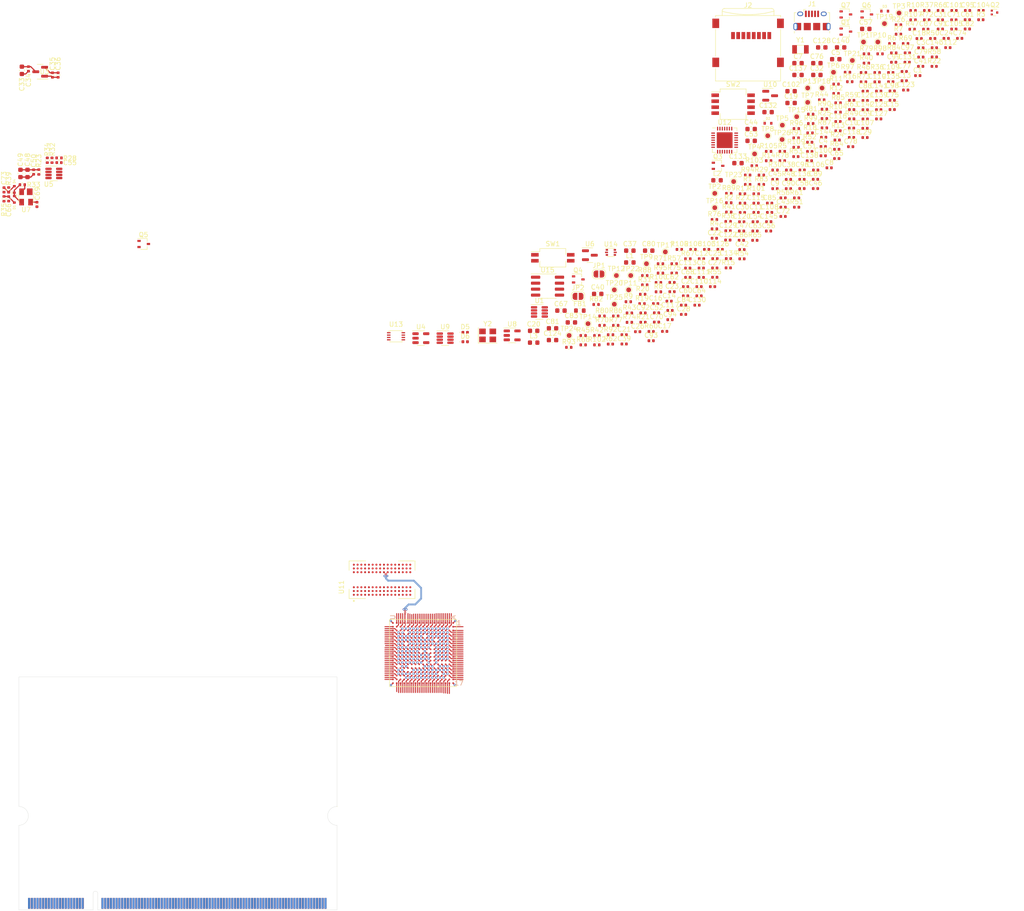
<source format=kicad_pcb>
(kicad_pcb (version 20211014) (generator pcbnew)
  (layers (0 "F.Cu" signal) (1 "In1.Cu" signal) (2 "In2.Cu" signal) (31 "B.Cu" signal) (34 "B.Paste" user) (35 "F.Paste" user) (36 "B.SilkS" user "B.Silkscreen") (37 "F.SilkS" user "F.Silkscreen") (38 "B.Mask" user) (39 "F.Mask" user) (44 "Edge.Cuts" user))
  (net 0 "")
  (net 1 "/NVCC_NAND")
  (net 2 "/NVCC_CSI")
  (net 3 "GND")
  (net 4 "/NVCC_LDCIF")
  (net 5 "ECSPI4_MISO")
  (net 6 "/VSYS")
  (net 7 "Net-(C7-Pad1)")
  (net 8 "/DCDC_3V3")
  (net 9 "/USB_OTG2_VBUS")
  (net 10 "/DRAM_VREF")
  (net 11 "SD2_CLK")
  (net 12 "Net-(C13-Pad1)")
  (net 13 "/DISCHG_EN")
  (net 14 "/VDD_HIGH_CAP")
  (net 15 "Net-(C16-Pad1)")
  (net 16 "/NVCC_PLL_OUT")
  (net 17 "/DRAM_1V35")
  (net 18 "Net-(C27-Pad1)")
  (net 19 "/ENET1_TX_CLK")
  (net 20 "/VDD_SOC_CAP")
  (net 21 "/VDD_SNVS_3V3")
  (net 22 "/VDD_ARM_CAP")
  (net 23 "/VDD_ARM_SOC_IN")
  (net 24 "Net-(C44-Pad1)")
  (net 25 "/VLDO_3V3")
  (net 26 "Net-(C51-Pad1)")
  (net 27 "/DCDC_3V3_PG")
  (net 28 "Net-(C53-Pad1)")
  (net 29 "Net-(C55-Pad1)")
  (net 30 "SD2_nRST")
  (net 31 "/VDD_SNVS_CAP")
  (net 32 "SPDIF_TX")
  (net 33 "SD2_CMD")
  (net 34 "/VLDO_1V8")
  (net 35 "/VDD_HIGH_IN")
  (net 36 "Net-(C66-Pad1)")
  (net 37 "QSPIA_nSS0")
  (net 38 "/VDDUSB")
  (net 39 "/VDD_SNVS_IN")
  (net 40 "/nWDOG")
  (net 41 "Net-(C73-Pad2)")
  (net 42 "/NVCC_SD")
  (net 43 "QSPIA_DATA0")
  (net 44 "QSPIA_DATA3")
  (net 45 "SD2_DATA7")
  (net 46 "SD2_DATA6")
  (net 47 "SD2_DATA2")
  (net 48 "/VDDA_ADC_3P3")
  (net 49 "Net-(C83-Pad1)")
  (net 50 "Net-(C85-Pad1)")
  (net 51 "/LCD_PCLK")
  (net 52 "Net-(C90-Pad2)")
  (net 53 "/POR_B")
  (net 54 "Net-(C93-Pad2)")
  (net 55 "ECSPI4_SCLK")
  (net 56 "/RTC_XTALI")
  (net 57 "/RTC_XTALO")
  (net 58 "QSPIA_DATA2")
  (net 59 "SD2_DATA5")
  (net 60 "SD2_DATA1")
  (net 61 "/SD1_CLK")
  (net 62 "Net-(C98-Pad2)")
  (net 63 "/XTALI")
  (net 64 "Net-(C100-Pad2)")
  (net 65 "/XTALO")
  (net 66 "/USB_OTG1_VBUS")
  (net 67 "/DRAM_SDQS0_P")
  (net 68 "ECSPI4_MOSI")
  (net 69 "/DRAM_SDQS0_N")
  (net 70 "/VUSB_UART_3V3")
  (net 71 "QSPIA_DATA1")
  (net 72 "/DRAM_SDQS1_P")
  (net 73 "SD2_DATA4")
  (net 74 "/DRAM_SDQS1_N")
  (net 75 "/VDD_COIN_3V")
  (net 76 "Net-(D1-Pad1)")
  (net 77 "Net-(J1-Pad2)")
  (net 78 "Net-(J1-Pad3)")
  (net 80 "/PMIC_STBY_REQ")
  (net 81 "/MX6_POR_B")
  (net 82 "/PMIC_ON_REQ")
  (net 83 "/ONOFF")
  (net 84 "/USB_OTG2_DP")
  (net 85 "/USB_OTG2_DN")
  (net 86 "/USB_OTG1_DP")
  (net 87 "/USB_OTG1_DN")
  (net 88 "QSPIA_SCLK")
  (net 89 "SD2_DATA3")
  (net 90 "SD2_DATA0")
  (net 91 "/nUSB_OTG_CHD")
  (net 92 "/CLK1_N")
  (net 93 "/CLK1_P")
  (net 94 "/UART1_TXD")
  (net 95 "/UART1_RXD")
  (net 96 "/UART2_TXD")
  (net 97 "/UART2_RXD")
  (net 101 "ECSPI4_SS0")
  (net 103 "/ENET1_RXD0")
  (net 104 "/ENET1_RXD1")
  (net 105 "/ENET1_CRS_DV")
  (net 106 "/ENET2_RXD0")
  (net 107 "/ENET2_RXD1")
  (net 108 "/ENET1_TXEN")
  (net 109 "/ENET2_CRS_DV")
  (net 110 "/ENET1_TXD0")
  (net 111 "/ENET2_TXD0")
  (net 112 "/ENET1_TXD1")
  (net 113 "/ENET1_RXER")
  (net 114 "/LCD_DATA21")
  (net 115 "/LCD_DATA22")
  (net 116 "/LCD_DATA17")
  (net 117 "/LCD_DATA23")
  (net 118 "/LCD_DATA18")
  (net 119 "/LCD_DATA19")
  (net 120 "/LCD_DATA13")
  (net 121 "/LCD_DATA20")
  (net 122 "I2C2_SCL")
  (net 123 "/LCD_DATA14")
  (net 124 "/LCD_DATA15")
  (net 125 "I2C2_SDA")
  (net 126 "CAN1_RX")
  (net 127 "I2C1_SDA")
  (net 128 "I2C1_SCL")
  (net 129 "/LCD_DATA8")
  (net 130 "/LCD_DATA16")
  (net 131 "/LCD_DATA9")
  (net 132 "/LCD_DATA11")
  (net 133 "/LCD_DATA5")
  (net 134 "CAN2_RX")
  (net 135 "/LCD_DATA12")
  (net 136 "CAN1_TX")
  (net 137 "UART2_RTS_BB")
  (net 138 "UART2_CTS_BB")
  (net 139 "/LCD_DATA6")
  (net 140 "/LCD_DATA10")
  (net 141 "/LCD_DATA0")
  (net 142 "SD1_CD")
  (net 143 "CAN2_TX")
  (net 144 "/LCD_DATA3")
  (net 145 "/LCD_DATA1")
  (net 146 "/LCD_RST")
  (net 147 "/LCD_DATA4")
  (net 148 "/LCD_HSYNC")
  (net 149 "/LCD_VSYNC")
  (net 150 "/LCD_DE")
  (net 151 "USB_OTG1_ID")
  (net 152 "/LCD_DATA2")
  (net 153 "/LCD_DATA7")
  (net 154 "HDMI_INT")
  (net 155 "/SD1_DATA0")
  (net 156 "ENET_MDIO")
  (net 157 "/SD1_DATA3")
  (net 158 "/SD1_DATA1")
  (net 159 "/SD1_CMD")
  (net 160 "/SD1_DATA2")
  (net 161 "/CSI_PIXCLK")
  (net 162 "/CSI_DATA6")
  (net 163 "USB_OTG2_PWR")
  (net 164 "USB_OTG1_OC")
  (net 165 "ENET_MDC")
  (net 166 "USB_OTG2_OC")
  (net 167 "/CSI_MCLK")
  (net 168 "/CSI_DATA7")
  (net 169 "/CSI_DATA5")
  (net 170 "/CSI_DATA4")
  (net 171 "/CSI_DATA3")
  (net 172 "SAI2_RXD")
  (net 173 "SD1_nRST")
  (net 174 "USB_OTG1_PWR")
  (net 175 "/CSI_DATA1")
  (net 176 "SD1_VSELECT")
  (net 177 "/CSI_DATA2")
  (net 178 "/CSI_DATA0")
  (net 179 "ENET1_nINT")
  (net 180 "SHIFT_nOE")
  (net 181 "SHIFT_STCP")
  (net 182 "ENET2_nINT")
  (net 183 "SAI2_TXD")
  (net 184 "SAI2_SYNC")
  (net 185 "SAI2_BCLK")
  (net 186 "BLT_PWM")
  (net 187 "/CSI_HSYNC")
  (net 188 "/CSI_VSYNC")
  (net 189 "PERI_PWREN")
  (net 190 "/DRAM_RESET_B")
  (net 191 "/DRAM_SDCKE1")
  (net 192 "/DRAM_SDCKE0")
  (net 193 "/ZQPAD")
  (net 194 "Net-(R26-Pad2)")
  (net 195 "AUD_INT")
  (net 196 "GPIO_DVFS")
  (net 197 "SAI2_MCLK")
  (net 198 "Net-(R32-Pad1)")
  (net 199 "Net-(R43-Pad2)")
  (net 200 "Net-(R48-Pad1)")
  (net 201 "/LCD_RESET")
  (net 202 "Net-(R51-Pad2)")
  (net 203 "LCD_DISP")
  (net 204 "BT_DISABLE")
  (net 205 "ACC_INT")
  (net 206 "Net-(R53-Pad2)")
  (net 207 "Net-(R55-Pad2)")
  (net 208 "Net-(R57-Pad1)")
  (net 209 "/DRAM_ZQ1")
  (net 210 "/DRAM_SDCLK0_P")
  (net 211 "/DRAM_SDCLK0_N")
  (net 212 "/USB_RXD")
  (net 213 "/USB_TXD")
  (net 214 "Net-(R72-Pad1)")
  (net 215 "Net-(R72-Pad2)")
  (net 216 "SHIFT_SDI")
  (net 217 "Net-(R73-Pad1)")
  (net 218 "Net-(R81-Pad2)")
  (net 219 "Net-(R82-Pad2)")
  (net 220 "Net-(R83-Pad2)")
  (net 221 "Net-(R85-Pad2)")
  (net 222 "/ARM_SOC_PG")
  (net 223 "/DRAM_PG")
  (net 224 "/DRAM_ADDR0")
  (net 225 "/DRAM_DATA0")
  (net 226 "Net-(TP20-Pad1)")
  (net 227 "/DRAM_ODT1")
  (net 228 "/DRAM_ADDR14")
  (net 229 "/DRAM_ADDR6")
  (net 230 "/DRAM_SDBA1")
  (net 231 "/DRAM_ADDR1")
  (net 232 "/DRAM_ADDR13")
  (net 233 "/DRAM_ADDR7")
  (net 234 "/DRAM_CS1_B")
  (net 235 "/DRAM_SDWE_B")
  (net 236 "/DRAM_CAS_B")
  (net 237 "/DRAM_ADDR8")
  (net 238 "/DRAM_ADDR2")
  (net 239 "/DRAM_SDBA2")
  (net 240 "/DRAM_ADDR11")
  (net 241 "/DRAM_ADDR4")
  (net 242 "/DRAM_ADDR15")
  (net 243 "/DRAM_ADDR5")
  (net 244 "/DRAM_ADDR9")
  (net 245 "/DRAM_ADDR12")
  (net 246 "/DRAM_SDBA0")
  (net 247 "/DRAM_ADDR3")
  (net 248 "/DRAM_ADDR10")
  (net 249 "/DRAM_RAS_B")
  (net 250 "/DRAM_ODT0")
  (net 251 "/DRAM_CS0_B")
  (net 252 "/DRAM_DATA13")
  (net 253 "/DRAM_DATA12")
  (net 254 "/DRAM_DATA15")
  (net 255 "Net-(D5-Pad1)")
  (net 256 "Net-(D6-Pad1)")
  (net 257 "Net-(FB1-Pad1)")
  (net 258 "/DRAM_DATA14")
  (net 259 "/DRAM_DATA11")
  (net 261 "/DRAM_DQM1")
  (net 262 "/DRAM_DATA6")
  (net 263 "/DRAM_DATA2")
  (net 264 "/DRAM_DQM0")
  (net 265 "/DRAM_DATA5")
  (net 266 "/DRAM_DATA8")
  (net 267 "/DRAM_DATA9")
  (net 268 "/DRAM_DATA7")
  (net 269 "/DRAM_DATA10")
  (net 270 "/DRAM_DATA1")
  (net 271 "/DRAM_DATA3")
  (net 272 "/DRAM_DATA4")
  (net 275 "/USB_DBG_DP_CN")
  (net 276 "/USB_DBG_DN_CN")
  (net 292 "Net-(JP1-Pad2)")
  (net 293 "Net-(JP2-Pad2)")
  (net 294 "Net-(L1-Pad1)")
  (net 295 "Net-(L2-Pad1)")
  (net 296 "Net-(L3-Pad1)")
  (net 297 "Net-(Q1-Pad3)")
  (net 298 "Net-(Q2-Pad1)")
  (net 299 "Net-(Q2-Pad3)")
  (net 300 "Net-(Q3-Pad3)")
  (net 301 "Net-(Q4-Pad3)")
  (net 302 "Net-(Q5-Pad3)")
  (net 303 "Net-(Q6-Pad1)")
  (net 304 "Net-(Q6-Pad3)")
  (net 305 "Net-(Q7-Pad3)")
  (net 306 "Net-(R60-Pad2)")
  (net 307 "SHIFT_SHCP")
  (footprint "Capacitor_SMD:C_0402_1005Metric" (layer "F.Cu") (at 184.88 90.38)
    (fp_text reference "C62")
    (fp_text value "0.22uF")
  )
  (footprint "Capacitor_SMD:C_0402_1005Metric" (layer "F.Cu") (at 199.74 83.39)
    (fp_text reference "C42")
    (fp_text value "0.22uF")
  )
  (footprint "Resistor_SMD:R_0402_1005Metric" (layer "F.Cu") (at 222.65 47.69)
    (fp_text reference "R16")
    (fp_text value "0R")
  )
  (footprint "SODIMM-200:SODIMM-BOARD-67.6X50" (layer "F.Cu") (at 46.0776 223.8125)
    (fp_text reference "J3" hide)
    (fp_text value "SODIMM-200" hide)
    (fp_line (start 0 -42.49) (end 0 -22) (layer "Edge.Cuts") (width 0.05))
    (fp_line (start 67.6 -49.53) (end 67.6 -42.49) (layer "Edge.Cuts") (width 0.05))
    (fp_line (start 0 -49.53) (end 67.6 -49.53) (layer "Edge.Cuts") (width 0.05))
    (fp_line (start 16.75 0) (end 67.6 0) (layer "Edge.Cuts") (width 0.05))
    (fp_line (start 67.6 -42.49) (end 67.6 -22) (layer "Edge.Cuts") (width 0.05))
    (fp_line (start 0 -18) (end 0 0) (layer "Edge.Cuts") (width 0.05))
    (fp_line (start 16.75 0) (end 16.75 -3.5) (layer "Edge.Cuts") (width 0.05))
    (fp_line (start 15.75 0) (end 0 0) (layer "Edge.Cuts") (width 0.05))
    (fp_line (start 15.75 0) (end 15.75 -3.5) (layer "Edge.Cuts") (width 0.05))
    (fp_line (start 67.6 0) (end 67.6 -18) (layer "Edge.Cuts") (width 0.05))
    (fp_line (start 0 -49.53) (end 0 -42.49) (layer "Edge.Cuts") (width 0.05))
    (fp_arc (start 0 -22) (mid 2 -20) (end 0 -18) (layer "Edge.Cuts") (width 0.05))
    (fp_arc (start 15.75 -3.5) (mid 16.25 -4) (end 16.75 -3.5) (layer "Edge.Cuts") (width 0.05))
    (fp_arc (start 67.6 -18) (mid 65.6 -20) (end 67.6 -22) (layer "Edge.Cuts") (width 0.05))
  )
  (footprint "Capacitor_SMD:C_0402_1005Metric" (layer "F.Cu") (at 250.55 32.55)
    (fp_text reference "C104")
    (fp_text value "0.22uF")
  )
  (footprint "Capacitor_SMD:C_0402_1005Metric" (layer "F.Cu") (at 199.74 85.36)
    (fp_text reference "R54")
    (fp_text value "1.5K")
  )
  (footprint "Resistor_SMD:R_0402_1005Metric" (layer "F.Cu") (at 52.1 64.4 -90)
    (fp_text reference "R34")
    (fp_text value "0R" hide)
  )
  (footprint "Capacitor_SMD:C_0402_1005Metric" (layer "F.Cu") (at 234.23 45.53)
    (fp_text reference "C77")
    (fp_text value "0.1uF")
  )
  (footprint "TestPoint:TestPoint_Pad_D1.0mm" (layer "F.Cu") (at 219.19 45.69)
    (fp_text reference "TP6")
    (fp_text value "NVCC_SD")
  )
  (footprint "Resistor_SMD:R_0402_1005Metric" (layer "F.Cu") (at 211.25 61.64)
    (fp_text reference "R109")
    (fp_text value "10K")
  )
  (footprint "Resistor_SMD:R_0402_1005Metric" (layer "F.Cu") (at 179.08 90.91)
    (fp_text reference "R31")
    (fp_text value "10K")
  )
  (footprint "Capacitor_SMD:C_0402_1005Metric" (layer "F.Cu") (at 48.1 44.975 -90)
    (fp_text reference "C34")
    (fp_text value "0.1uF" hide)
  )
  (footprint "Capacitor_SMD:C_0402_1005Metric" (layer "F.Cu") (at 202.48 81.42)
    (fp_text reference "R65")
    (fp_text value "2.2M")
  )
  (footprint "Capacitor_SMD:C_0402_1005Metric" (layer "F.Cu") (at 199.65 79.45)
    (fp_text reference "C47")
    (fp_text value "0.1uF")
  )
  (footprint "Capacitor_SMD:C_0402_1005Metric" (layer "F.Cu") (at 234.23 47.5)
    (fp_text reference "C13")
    (fp_text value "0.1uF")
  )
  (footprint "Resistor_SMD:R_0402_1005Metric" (layer "F.Cu") (at 54.6 63.9 180)
    (fp_text reference "R28")
    (fp_text value "10K" hide)
  )
  (footprint "Resistor_SMD:R_0402_1005Metric" (layer "F.Cu") (at 225.56 47.74)
    (fp_text reference "R73")
    (fp_text value "0R")
  )
  (footprint "Capacitor_SMD:C_0402_1005Metric" (layer "F.Cu") (at 244.77 36.51)
    (fp_text reference "C105")
    (fp_text value "0.22uF")
  )
  (footprint "Resistor_SMD:R_0402_1005Metric" (layer "F.Cu") (at 196.94 75.43)
    (fp_text reference "R41")
    (fp_text value "100K")
  )
  (footprint "Resistor_SMD:R_0402_1005Metric" (layer "F.Cu") (at 181.99 92.38)
    (fp_text reference "R8")
    (fp_text value "0R")
  )
  (footprint "Capacitor_SMD:C_0402_1005Metric" (layer "F.Cu") (at 191.09 87.33)
    (fp_text reference "C6")
    (fp_text value "0.1uF")
  )
  (footprint "Capacitor_SMD:C_0402_1005Metric" (layer "F.Cu") (at 234.89 41.57)
    (fp_text reference "C97")
    (fp_text value "18pF")
  )
  (footprint "Resistor_SMD:R_0402_1005Metric" (layer "F.Cu") (at 168.74 95.07)
    (fp_text reference "R82")
    (fp_text value "1K")
  )
  (footprint "Capacitor_SMD:C_0402_1005Metric" (layer "F.Cu") (at 244.81 32.55)
    (fp_text reference "C101")
    (fp_text value "1.0uF")
  )
  (footprint "Package_TO_SOT_SMD:SOT-23" (layer "F.Cu") (at 50.6 45.575 180)
    (fp_text reference "U3")
    (fp_text value "RT9169-33GV" hide)
  )
  (footprint "TestPoint:TestPoint_Pad_D1.0mm" (layer "F.Cu") (at 213.71 52.09)
    (fp_text reference "TP7")
    (fp_text value "TestPoint_Small")
  )
  (footprint "Capacitor_SMD:C_0402_1005Metric" (layer "F.Cu") (at 240.59 44.43)
    (fp_text reference "R22")
    (fp_text value "10K")
  )
  (footprint "Resistor_SMD:R_0402_1005Metric" (layer "F.Cu") (at 193.89 77.01)
    (fp_text reference "R76")
    (fp_text value "10K")
  )
  (footprint "Capacitor_SMD:C_0402_1005Metric" (layer "F.Cu") (at 187.32 95.21)
    (fp_text reference "C84")
    (fp_text value "0.1uF")
  )
  (footprint "Package_TO_SOT_SMD:SOT-23" (layer "F.Cu") (at 205.73 50.68)
    (fp_text reference "U10")
    (fp_text value "UM803RS")
  )
  (footprint "Capacitor_SMD:C_0402_1005Metric" (layer "F.Cu") (at 206.75 70.44)
    (fp_text reference "C9")
    (fp_text value "0.22uF")
  )
  (footprint "Capacitor_SMD:C_0402_1005Metric" (layer "F.Cu") (at 199.69 77.48)
    (fp_text reference "C120")
    (fp_text value "DNP")
  )
  (footprint "Inductor_SMD:L_0603_1608Metric" (layer "F.Cu") (at 175.91 86.13)
    (fp_text reference "L1")
    (fp_text value "1uH")
  )
  (footprint "LED_SMD:LED_0402_1005Metric" (layer "F.Cu") (at 140.915 102.99)
    (fp_text reference "D6")
    (fp_text value "LED_G_3V")
  )
  (footprint "Resistor_SMD:R_0402_1005Metric" (layer "F.Cu") (at 222.17 45.7)
    (fp_text reference "R97")
    (fp_text value "DNP")
  )
  (footprint "Capacitor_SMD:C_0402_1005Metric" (layer "F.Cu") (at 49.2 66.9 -90)
    (fp_text reference "C50")
    (fp_text value "0.1uF" hide)
  )
  (footprint "Capacitor_SMD:C_0402_1005Metric" (layer "F.Cu") (at 223.02 57.57)
    (fp_text reference "C10")
    (fp_text value "0.22uF")
  )
  (footprint "Package_SO:VSSOP-8_2.4x2.1mm_P0.5mm" (layer "F.Cu") (at 126.22 101.83)
    (fp_text reference "U13")
    (fp_text value "SN74LVC2G126DCUR")
  )
  (footprint "Resistor_SMD:R_0402_1005Metric" (layer "F.Cu") (at 231.6 39.59)
    (fp_text reference "R6")
    (fp_text value "1.5M")
  )
  (footprint "Resistor_SMD:R_0402_1005Metric" (layer "F.Cu") (at 239.01 32.56)
    (fp_text reference "R37")
    (fp_text value "464K")
  )
  (footprint "Resistor_SMD:R_0402_1005Metric" (layer "F.Cu") (at 229.09 41.77)
    (fp_text reference "R98")
    (fp_text value "10K")
  )
  (footprint "Package_TO_SOT_SMD:SOT-666" (layer "F.Cu") (at 171.88 83.99)
    (fp_text reference "U14")
    (fp_text value "USBLC6-2P6")
  )
  (footprint "Resistor_SMD:R_0402_1005Metric" (layer "F.Cu") (at 208.31 64.5)
    (fp_text reference "R78")
    (fp_text value "10K")
  )
  (footprint "Capacitor_SMD:C_0402_1005Metric" (layer "F.Cu") (at 195.1 83.34)
    (fp_text reference "C126")
    (fp_text value "0.1uF")
  )
  (footprint "Capacitor_SMD:C_0402_1005Metric" (layer "F.Cu") (at 174.7 103.47)
    (fp_text reference "C39")
    (fp_text value "0.22uF")
  )
  (footprint "Resistor_SMD:R_0402_1005Metric" (layer "F.Cu") (at 214.21 58.59)
    (fp_text reference "R18")
    (fp_text value "100K")
  )
  (footprint "Capacitor_SMD:C_0402_1005Metric" (layer "F.Cu") (at 218.27 66.01)
    (fp_text reference "C8")
    (fp_text value "0.1uF")
  )
  (footprint "Capacitor_SMD:C_0402_1005Metric" (layer "F.Cu") (at 217.1 59.51)
    (fp_text reference "C144")
    (fp_text value "1.0uF")
  )
  (footprint "Resistor_SMD:R_0402_1005Metric" (layer "F.Cu") (at 199.85 73.53)
    (fp_text reference "R27")
    (fp_text value "51R")
  )
  (footprint "Resistor_SMD:R_0402_1005Metric" (layer "F.Cu") (at 175.59 94.48)
    (fp_text reference "R9")
    (fp_text value "0R")
  )
  (footprint "Capacitor_SMD:C_0402_1005Metric" (layer "F.Cu") (at 231.67 53.62)
    (fp_text reference "C15")
    (fp_text value "0.22uF")
  )
  (footprint "Capacitor_SMD:C_0402_1005Metric" (layer "F.Cu") (at 212.49 68.45)
    (fp_text reference "C136")
    (fp_text value "1.0uF")
  )
  (footprint "Capacitor_SMD:C_0402_1005Metric" (layer "F.Cu") (at 202.74 73.52)
    (fp_text reference "C115")
    (fp_text value "DNP")
  )
  (footprint "Capacitor_SMD:C_0402_1005Metric" (layer "F.Cu") (at 214.14 60.57)
    (fp_text reference "R52")
    (fp_text value "10K")
  )
  (footprint "Resistor_SMD:R_0402_1005Metric" (layer "F.Cu") (at 196.94 71.45)
    (fp_text reference "R89")
    (fp_text value "10K")
  )
  (footprint "Capacitor_SMD:C_0402_1005Metric" (layer "F.Cu") (at 219.88 64.04)
    (fp_text reference "C65")
    (fp_text value "0.1uF")
  )
  (footprint "Capacitor_SMD:C_0402_1005Metric" (layer "F.Cu") (at 241.9 34.54)
    (fp_text reference "C31")
    (fp_text value "0.22uF")
  )
  (footprint "Resistor_SMD:R_0402_1005Metric" (layer "F.Cu") (at 46.8 69.6)
    (fp_text reference "R33")
    (fp_text value "0R" hide)
  )
  (footprint "Package_TO_SOT_SMD:SOT-323_SC-70" (layer "F.Cu") (at 226.27 33.39)
    (fp_text reference "Q6")
    (fp_text value "2SK3018T106")
  )
  (footprint "Capacitor_SMD:C_0402_1005Metric" (layer "F.Cu") (at 237.76 40.49)
    (fp_text reference "C3")
    (fp_text value "0.22uF")
  )
  (footprint "Capacitor_SMD:C_0402_1005Metric" (layer "F.Cu") (at 181.39 94.88)
    (fp_text reference "C16")
    (fp_text value "DNP")
  )
  (footprint "Capacitor_SMD:C_0402_1005Metric" (layer "F.Cu") (at 223.06 53.63)
    (fp_text reference "R63")
    (fp_text value "10K")
  )
  (footprint "Package_TO_SOT_SMD:SOT-23-5" (layer "F.Cu") (at 131.5 102.23)
    (fp_text reference "U4")
    (fp_text value "RT9193-33GB")
  )
  (footprint "Capacitor_SMD:C_0402_1005Metric" (layer "F.Cu") (at 247.68 32.55)
    (fp_text reference "C95")
    (fp_text value "18pF")
  )
  (footprint "Inductor_SMD:L_0603_1608Metric" (layer "F.Cu") (at 155.47 103.18)
    (fp_text reference "L3")
    (fp_text value "1uH")
  )
  (footprint "Capacitor_SMD:C_0402_1005Metric" (layer "F.Cu") (at 199.83 75.51)
    (fp_text reference "C30")
    (fp_text value "0.22uF")
  )
  (footprint "Capacitor_SMD:C_0402_1005Metric" (layer "F.Cu") (at 217.01 63.45)
    (fp_text reference "C100")
    (fp_text value "12pF")
  )
  (footprint "Capacitor_SMD:C_0402_1005Metric" (layer "F.Cu") (at 211.35 74.38)
    (fp_text reference "R51")
    (fp_text value "10R")
  )
  (footprint "TestPoint:TestPoint_Pad_D1.0mm" (layer "F.Cu") (at 208.32 56.94)
    (fp_text reference "TP5")
    (fp_text value "DCDC_3V3_PG")
  )
  (footprint "Capacitor_SMD:C_0402_1005Metric" (layer "F.Cu") (at 191.09 89.3)
    (fp_text reference "C111")
    (fp_text value "0.22uF")
  )
  (footprint "Resistor_SMD:R_0402_1005Metric" (layer "F.Cu") (at 205.4 62.51)
    (fp_text reference "R105")
    (fp_text value "10K")
  )
  (footprint "Capacitor_SMD:C_0402_1005Metric" (layer "F.Cu") (at 187.32 97.18)
    (fp_text reference "C28")
    (fp_text value "18pF")
  )
  (footprint "Diodes-External:SOD523" (layer "F.Cu") (at 205.27 56.54)
    (fp_text reference "D2")
    (fp_text value "RB521S-30" hide)
  )
  (footprint "Capacitor_SMD:C_0402_1005Metric" (layer "F.Cu") (at 208.48 76.35)
    (fp_text reference "C72")
    (fp_text value "0.1uF")
  )
  (footprint "Capacitor_SMD:C_0603_1608Metric" (layer "F.Cu") (at 211.65 43.75)
    (fp_text reference "C7")
    (fp_text value "22uF")
  )
  (footprint "Button_Switch_SMD:SW_DIP_SPSTx02_Slide_Copal_CHS-02B_W7.62mm_P1.27mm" (layer "F.Cu") (at 159.54 85.14)
    (fp_text reference "SW1")
    (fp_text value "THS102")
  )
  (footprint "Jumper:SolderJumper-2_P1.3mm_Open_RoundedPad1.0x1.5mm" (layer "F.Cu") (at 169.35 88.59)
    (fp_text reference "JP1")
    (fp_text value "BOOT_MODE0")
  )
  (footprint "Capacitor_SMD:C_0603_1608Metric" (layer "F.Cu") (at 46.4 67.2 -90)
    (fp_text reference "C49")
    (fp_text value "10uF" hide)
  )
  (footprint "TestPoint:TestPoint_Pad_D1.0mm" (layer "F.Cu") (at 213.71 49.04)
    (fp_text reference "TP13")
    (fp_text value "DRAM_PG")
  )
  (footprint "Capacitor_SMD:C_0603_1608Metric" (layer "F.Cu") (at 175.91 83.62)
    (fp_text reference "C37")
    (fp_text value "22uF")
  )
  (footprint "Capacitor_SMD:C_0603_1608Metric" (layer "F.Cu") (at 201.69 60.27)
    (fp_text reference "C53")
    (fp_text value "22uF")
  )
  (footprint "Resistor_SMD:R_0402_1005Metric" (layer "F.Cu") (at 200.95 69.55)
    (fp_text reference "R1")
    (fp_text value "0R")
  )
  (footprint "Capacitor_SMD:C_0402_1005Metric" (layer "F.Cu") (at 225.89 57.6)
    (fp_text reference "C107")
    (fp_text value "0.22uF")
  )
  (footprint "Resistor_SMD:R_0402_1005Metric" (layer "F.Cu") (at 232 41.58)
    (fp_text reference "R84")
    (fp_text value "1K")
  )
  (footprint "Capacitor_SMD:C_0402_1005Metric" (layer "F.Cu") (at 212.53 66.48)
    (fp_text reference "C96")
    (fp_text value "18pF")
  )
  (footprint "Package_TO_SOT_SMD:TSOT-23-8" (layer "F.Cu") (at 156.69 96.65)
    (fp_text reference "U1")
    (fp_text value "MP2159GJ")
  )
  (footprint "Crystal:Crystal_SMD_3215-2Pin_3.2x1.5mm" (layer "F.Cu") (at 212.17 40.82)
    (fp_text reference "Y1")
    (fp_text value "CM7V-T1A-32.768KHZ-12.5PF")
  )
  (footprint "Resistor_SMD:R_0402_1005Metric" (layer "F.Cu") (at 185.33 88.4)
    (fp_text reference "R75")
    (fp_text value "10K")
  )
  (footprint "Resistor_SMD:R_0402_1005Metric" (layer "F.Cu") (at 193.89 79)
    (fp_text reference "R4")
    (fp_text value "215K")
  )
  (footprint "Resistor_SMD:R_0402_1005Metric" (layer "F.Cu") (at 196.94 73.44)
    (fp_text reference "R2")
    (fp_text value "0R")
  )
  (footprint "Package_TO_SOT_SMD:SOT-723" (layer "F.Cu") (at 253.41 32.99)
    (fp_text reference "Q2")
    (fp_text value "RYM002N05T2CL")
  )
  (footprint "Capacitor_SMD:C_0402_1005Metric" (layer "F.Cu") (at 237.1 46.4)
    (fp_text reference "C1")
    (fp_text value "0.22uF")
  )
  (footprint "Capacitor_SMD:C_0603_1608Metric" (layer "F.Cu") (at 211.65 46.26)
    (fp_text reference "C137")
    (fp_text value "47uF")
  )
  (footprint "Resistor_SMD:R_0402_1005Metric" (layer "F.Cu") (at 182.42 88.4)
    (fp_text reference "R95")
    (fp_text value "10K")
  )
  (footprint "Capacitor_SMD:C_0402_1005Metric" (layer "F.Cu") (at 205.61 73.52)
    (fp_text reference "C85")
    (fp_text value "0.1uF")
  )
  (footprint "Capacitor_SMD:C_0402_1005Metric" (layer "F.Cu") (at 231.98 43.56)
    (fp_text reference "C99")
    (fp_text value "12pF")
  )
  (footprint "Resistor_SMD:R_0402_1005Metric" (layer "F.Cu") (at 225.56 45.75)
    (fp_text reference "R46")
    (fp_text value "160K")
  )
  (footprint "Capacitor_SMD:C_0603_1608Metric" (layer "F.Cu") (at 161.27 96.37)
    (fp_text reference "C67")
    (fp_text value "10uF")
  )
  (footprint "Resistor_SMD:R_0402_1005Metric" (layer "F.Cu") (at 241.92 32.56)
    (fp_text reference "R66")
    (fp_text value "240R")
  )
  (footprint "Capacitor_SMD:C_0402_1005Metric" (layer "F.Cu") (at 184.88 92.35)
    (fp_text reference "C23")
    (fp_text value "0.22uF")
  )
  (footprint "TestPoint:TestPoint_Pad_D1.0mm" (layer "F.Cu") (at 230.02 35.34)
    (fp_text reference "TP19")
    (fp_text value "GND")
  )
  (footprint "Capacitor_SMD:C_0402_1005Metric" (layer "F.Cu") (at 181.58 96.85)
    (fp_text reference "C52")
    (fp_text value "1000pF")
  )
  (footprint "TestPoint:TestPoint_Pad_D1.0mm" (layer "F.Cu") (at 193.96 71.44)
    (fp_text reference "TP2")
    (fp_text value "ARM_SOC_PG")
  )
  (footprint "TestPoint:TestPoint_Pad_D1.0mm" (layer "F.Cu") (at 223.2 43.18)
    (fp_text reference "TP21")
    (fp_text value "3V3")
  )
  (footprint "Capacitor_SMD:C_0402_1005Metric" (layer "F.Cu") (at 54.4 46.275 90)
    (fp_text reference "C36")
    (fp_text value "0.1uF" hide)
  )
  (footprint "Capacitor_SMD:C_0603_1608Metric" (layer "F.Cu") (at 163.49 98.88)
    (fp_text reference "C83")
    (fp_text value "22uF")
  )
  (footprint "Package_DFN_QFN:QFN-28-1EP_5x5mm_P0.5mm_EP3.35x3.35mm" (layer "F.Cu") (at 196.06 60.13)
    (fp_text reference "U12")
    (fp_text value "CP2102-GMR")
  )
  (footprint "Resistor_SMD:R_0402_1005Metric" (layer "F.Cu") (at 196.8 77.42)
    (fp_text reference "R38")
    (fp_text value "243K")
  )
  (footprint "Button_Switch_SMD:SW_DIP_SPSTx04_Slide_Copal_CHS-04B_W7.62mm_P1.27mm" (layer "F.Cu") (at 197.86 52.48)
    (fp_text reference "SW2")
    (fp_text value "SW_DIP_x04")
  )
  (footprint "LED_SMD:LED_0402_1005Metric" (layer "F.Cu") (at 140.915 101)
    (fp_text reference "D5")
    (fp_text value "LED_G_3V")
  )
  (footprint "Resistor_SMD:R_0402_1005Metric" (layer "F.Cu") (at 211.3 57.66)
    (fp_text reference "R96")
    (fp_text value "10K")
  )
  (footprint "Capacitor_SMD:C_0402_1005Metric" (layer "F.Cu") (at 244.77 34.54)
    (fp_text reference "C71")
    (fp_text value "0.1uF")
  )
  (footprint "Resistor_SMD:R_0402_1005Metric" (layer "F.Cu") (at 50.3 66.9 -90)
    (fp_text reference "R23")
    (fp_text value "100K" hide)
  )
  (footprint "Diodes-External:SOD523" (layer "F.Cu") (at 230.07 32.69)
    (fp_text reference "D3")
    (fp_text value "RB521S-30" hide)
  )
  (footprint "Capacitor_SMD:C_0402_1005Metric" (layer "F.Cu") (at 206.75 68.47)
    (fp_text reference "C45")
    (fp_text value "0.1uF")
  )
  (footprint "Resistor_SMD:R_0402_1005Metric" (layer "F.Cu") (at 202.35 65.57)
    (fp_text reference "R103")
    (fp_text value "10K")
  )
  (footprint "Resistor_SMD:R_0402_1005Metric" (layer "F.Cu") (at 200.95 67.56)
    (fp_text reference "R94")
    (fp_text value "10K")
  )
  (footprint "TestPoint:TestPoint_Pad_D1.0mm" (layer "F.Cu") (at 205.22 59.19)
    (fp_text reference "TP8")
    (fp_text value "TestPoint_Small")
  )
  (footprint "Capacitor_SMD:C_0402_1005Metric" (layer "F.Cu") (at 228.45 47.73)
    (fp_text reference "C119")
    (fp_text value "0.1uF")
  )
  (footprint "TestPoint:TestPoint_Pad_D1.0mm" (layer "F.Cu") (at 172.61 95.01)
    (fp_text reference "TP25")
    (fp_text value "GND")
  )
  (footprint "Capacitor_SMD:C_0402_1005Metric" (layer "F.Cu") (at 187.75 91.27)
    (fp_text reference "C2")
    (fp_text value "0.22uF")
  )
  (footprint "Capacitor_SMD:C_0402_1005Metric" (layer "F.Cu") (at 214.14 62.54)
    (fp_text reference "C51")
    (fp_text value "0.022uF")
  )
  (footprint "Capacitor_SMD:C_0402_1005Metric" (layer "F.Cu") (at 231.36 47.71)
    (fp_text reference "C135")
    (fp_text value "0.1uF")
  )
  (footprint "Package_TO_SOT_SMD:TSOT-23-8" (layer "F.Cu") (at 136.65 102.23)
    (fp_text reference "U9")
    (fp_text value "MP2159GJ")
  )
  (footprint "Capacitor_SMD:C_0603_1608Metric" (layer "F.Cu") (at 46.7 45.275 -90)
    (fp_text reference "C33")
    (fp_text value "10uF" hide)
  )
  (footprint "Capacitor_SMD:C_0402_1005Metric" (layer "F.Cu") (at 49.9 73.8 -90)
    (fp_text reference "C69")
    (fp_text value "0.1uF" hide)
  )
  (footprint "Resistor_SMD:R_0402_1005Metric" (layer "F.Cu") (at 217.26 53.55)
    (fp_text reference "R90")
    (fp_text value "DNP")
  )
  (footprint "Capacitor_SMD:C_0402_1005Metric" (layer "F.Cu") (at 237.72 44.43)
    (fp_text reference "C41")
    (fp_text value "4.7uF")
  )
  (footprint "Resistor_SMD:R_0402_1005Metric" (layer "F.Cu") (at 226.18 41.77)
    (fp_text reference "R79")
    (fp_text value "10K")
  )
  (footprint "Capacitor_SMD:C_0402_1005Metric" (layer "F.Cu") (at 223.06 55.6)
    (fp_text reference "R49")
    (fp_text value "DNP")
  )
  (footprint "TestPoint:TestPoint_Pad_D1.0mm" (layer "F.Cu") (at 197.97 68.93)
    (fp_text reference "TP23")
    (fp_text value "QSPIA_DATA0")
  )
  (footprint "Capacitor_SMD:C_0402_1005Metric" (layer "F.Cu") (at 250.51 34.52)
    (fp_text reference "R3")
    (fp_text value "10K")
  )
  (footprint "Resistor_SMD:R_0603_1608Metric" (layer "F.Cu") (at 165.28 96.37)
    (fp_text reference "FB1")
    (fp_text value "120Ω@100MHz")
  )
  (footprint "Capacitor_SMD:C_0402_1005Metric" (layer "F.Cu") (at 202.56 77.48)
    (fp_text reference "C54")
    (fp_text value "0.1uF")
  )
  (footprint "Capacitor_SMD:C_0402_1005Metric" (layer "F.Cu") (at 240.27 38.5)
    (fp_text reference "R50")
    (fp_text value "0R")
  )
  (footprint "Resistor_SMD:R_0402_1005Metric" (layer "F.Cu") (at 233 35.61)
    (fp_text reference "R26")
    (fp_text value "180K")
  )
  (footprint "Capacitor_SMD:C_0402_1005Metric" (layer "F.Cu") (at 228.8 53.64)
    (fp_text reference "C125")
    (fp_text value "0.1uF")
  )
  (footprint "Resistor_SMD:R_0402_1005Metric" (layer "F.Cu") (at 179.08 88.92)
    (fp_text reference "R88")
    (fp_text value "10K")
  )
  (footprint "Capacitor_SMD:C_0402_1005Metric" (layer "F.Cu") (at 228.8 51.67)
    (fp_text reference "C139")
    (fp_text value "0.1uF")
  )
  (footprint "TestPoint:TestPoint_Pad_D1.0mm" (layer "F.Cu") (at 225.57 39.25)
    (fp_text reference "TP1")
    (fp_text value "VDD_ARM_SOC_IN")
  )
  (footprint "Inductor_SMD:L_0603_1608Metric" (layer "F.Cu") (at 194.44 68.66)
    (fp_text reference "L2")
    (fp_text value "1uH")
  )
  (footprint "Capacitor_SMD:C_0402_1005Metric" (layer "F.Cu") (at 231.36 45.74)
    (fp_text reference "C109")
    (fp_text value "0.22uF")
  )
  (footprint "Capacitor_SMD:C_0402_1005Metric" (layer "F.Cu") (at 231.67 49.68)
    (fp_text reference "C98")
    (fp_text value "DNP")
  )
  (footprint "Resistor_SMD:R_0402_1005Metric" (layer "F.Cu") (at 199.85 71.54)
    (fp_text reference "R17")
    (fp_text value "160K")
  )
  (footprint "Capacitor_SMD:C_0402_1005Metric" (layer "F.Cu") (at 180.44 100.81)
    (fp_text reference "R60")
    (fp_text value "10R")
  )
  (footprint "Resistor_SMD:R_0402_1005Metric" (layer "F.Cu") (at 219.74 48.21)
    (fp_text reference "R11")
    (fp_text value "0R")
  )
  (footprint "Resistor_SMD:R_0402_1005Metric" (layer "F.Cu") (at 170 97.53)
    (fp_text reference "R80")
    (fp_text value "10K")
  )
  (footprint "Capacitor_SMD:C_0402_1005Metric" (layer "F.Cu") (at 54.6 64.9)
    (fp_text reference "C55")
    (fp_text value "0.22uF" hide)
  )
  (footprint "Resistor_SMD:R_0402_1005Metric" (layer "F.Cu") (at 188.24 85.35)
    (fp_text reference "R67")
    (fp_text value "470R")
  )
  (footprint "Capacitor_SMD:C_0402_1005Metric" (layer "F.Cu") (at 237.76 42.46)
    (fp_text reference "C79")
    (fp_text value "1.0uF")
  )
  (footprint "Capacitor_SMD:C_0402_1005Metric" (layer "F.Cu") (at 209.62 68.47)
    (fp_text reference "R48")
    (fp_text value "10R")
  )
  (footprint "Capacitor_SMD:C_0402_1005Metric" (layer "F.Cu") (at 190.62 93.24)
    (fp_text reference "C64")
    (fp_text value "1000pF")
  )
  (footprint "Capacitor_SMD:C_0402_1005Metric" (layer "F.Cu") (at 178.71 96.87)
    (fp_text reference "C92")
    (fp_text value "18pF")
  )
  (footprint "MCIMX6Y2CVM08AB:MCIMX6Y2CVM08AB" (layer "F.Cu") (at 131.960001 169.19 -90)
    (fp_text reference "U2" hide)
    (fp_text value "MCIMX6Y2CVM08AB" hide)
  )
  (footprint "Resistor_SMD:R_0402_1005Metric" (layer "F.Cu") (at 234.51 39.59)
    (fp_text reference "R69")
    (fp_text value "1.5K")
  )
  (footprint "Resistor_SMD:R_0402_1005Metric" (layer "F.Cu") (at 203.86 69.55)
    (fp_text reference "R83")
    (fp_text value "1K")
  )
  (footprint "TestPoint:TestPoint_Pad_D1.0mm" (layer "F.Cu") (at 216.76 49.04)
    (fp_text reference "TP18")
    (fp_text value "DRAM_DATA0")
  )
  (footprint "Capacitor_SMD:C_0402_1005Metric" (layer "F.Cu") (at 212.49 70.42)
    (fp_text reference "C58")
    (fp_text value "0.22uF")
  )
  (footprint "Resistor_SMD:R_0402_1005Metric" (layer "F.Cu") (at 211.25 59.65)
    (fp_text reference "R91")
    (fp_text value "10K")
  )
  (footprint "Resistor_SMD:R_0402_1005Metric" (layer "F.Cu") (at 217.26 57.53)
    (fp_text reference "R87")
    (fp_text value "10K")
  )
  (footprint "Capacitor_SMD:C_0603_1608Metric" (layer "F.Cu") (at 210.18 52.22)
    (fp_text reference "C19")
    (fp_text value "10uF")
  )
  (footprint "Package_SO:SOP-8_3.76x4.96mm_P1.27mm" (layer "F.Cu") (at 158.42 91.17)
    (fp_text reference "U15")
    (fp_text value "ZB25VQ128ASIG")
  )
  (footprint "Capacitor_SMD:C_0402_1005Metric" (layer "F.Cu") (at 208.48 74.38)
    (fp_text reference "C43")
    (fp_text value "0.22uF")
  )
  (footprint "Capacitor_SMD:C_0603_1608Metric" (layer "F.Cu") (at 159.48 100.13)
    (fp_text reference "C81")
    (fp_text value "10uF")
  )
  (footprint "Capacitor_SMD:C_0402_1005Metric" (layer "F.Cu") (at 223.06 51.66)
    (fp_text reference "R59")
    (fp_text value "10R")
  )
  (footprint "TestPoint:TestPoint_Pad_D1.0mm" (layer "F.Cu") (at 176.1 88.91)
    (fp_text reference "TP22")
    (fp_text value "UART_RX")
  )
  (footprint "Capacitor_SMD:C_0603_1608Metric" (layer "F.Cu") (at 215.66 43.75)
    (fp_text reference "C76")
    (fp_text value "10uF")
  )
  (footprint "Capacitor_SMD:C_0603_1608Metric" (layer "F.Cu") (at 198.89 65.01)
    (fp_text reference "C133")
    (fp_text value "10uF")
  )
  (footprint "Capacitor_SMD:C_0402_1005Metric" (layer "F.Cu") (at 178.71 98.84)
    (fp_text reference "R21")
    (fp_text value "10R")
  )
  (footprint "Resistor_SMD:R_0402_1005Metric" (layer "F.Cu") (at 217.26 55.54)
    (fp_text reference "R25")
    (fp_text value "0R")
  )
  (footprint "Resistor_SMD:R_0402_1005Metric" (layer "F.Cu") (at 171.81 101.51)
    (fp_text reference "R92")
    (fp_text value "10K")
  )
  (footprint "Capacitor_SMD:C_0402_1005Metric" (layer "F.Cu") (at 240.63 40.47)
    (fp_text reference "C143")
    (fp_text value "0.1uF")
  )
  (footprint "Capacitor_SMD:C_0603_1608Metric" (layer "F.Cu") (at 201.69 57.76)
    (fp_text reference "C44")
    (fp_text value "10uF")
  )
  (footprint "Package_TO_SOT_SMD:SOT-323_SC-70" (layer "F.Cu") (at 221.82 37.04)
    (fp_text reference "Q1")
    (fp_text value "2SK3018T106")
  )
  (footprint "Capacitor_SMD:C_0402_1005Metric" (layer "F.Cu") (at 228.8 49.7)
    (fp_text reference "C141")
    (fp_text value "0.1uF")
  )
  (footprint "Capacitor_SMD:C_0402_1005Metric" (layer "F.Cu") (at 217.01 61.48)
    (fp_text reference "C4")
    (fp_text value "10uF")
  )
  (footprint "Capacitor_SMD:C_0402_1005Metric" (layer "F.Cu") (at 188.22 87.33)
    (fp_text reference "C113")
    (fp_text value "0.22uF")
  )
  (footprint "Resistor_SMD:R_0402_1005Metric" (layer "F.Cu") (at 236.1 32.56)
    (fp_text reference "R10")
    (fp_text value "10K")
  )
  (footprint "Resistor_SMD:R_0402_1005Metric" (layer "F.Cu") (at 165.99 103.66)
    (fp_text reference "R68")
    (fp_text value "1.5K")
  )
  (footprint "Resistor_SMD:R_0402_1005Metric" (layer "F.Cu") (at 178.64 92.9)
    (fp_text reference "R20")
    (fp_text value "0R")
  )
  (footprint "Capacitor_SMD:C_0402_1005Metric" (layer "F.Cu") (at 222.84 61.51)
    (fp_text reference "C78")
    (fp_text value "0.1uF")
  )
  (footprint "Crystal:Crystal_SMD_3225-4Pin_3.2x2.5mm" (layer "F.Cu") (at 145.69 101.64)
    (fp_text reference "Y2")
    (fp_text value "24MHz 10pf")
  )
  (footprint "Capacitor_SMD:C_0603_1608Metric" (layer "F.Cu") (at 220.71 40.4)
    (fp_text reference "C140")
    (fp_text value "10uF")
  )
  (footprint "Capacitor_SMD:C_0402_1005Metric" (layer "F.Cu") (at 196.78 79.4)
    (fp_text reference "C129")
    (fp_text value "0.1uF")
  )
  (footprint "Package_TO_SOT_SMD:SOT-323_SC-70" (layer "F.Cu") (at 164.95 89.74)
    (fp_text reference "Q4")
    (fp_text value "2SK3018T106")
  )
  (footprint "Capacitor_SMD:C_0603_1608Metric" (layer "F.Cu") (at 169.08 92.82)
    (fp_text reference "C40")
    (fp_text value "22uF")
  )
  (footprint "Resistor_SMD:R_0402_1005Metric" (layer "F.Cu") (at 175.82 96.88)
    (fp_text reference "R43")
    (fp_text value "200K")
  )
  (footprint "Package_TO_SOT_SMD:SOT-23" (layer "F.Cu") (at 167.41 84.59)
    (fp_text reference "U6")
    (fp_text value "MCP1700T-1802E/TT")
  )
  (footprint "Capacitor_SMD:C_0402_1005Metric" (layer "F.Cu") (at 53.2 46.275 90)
    (fp_text reference "C35")
    (fp_text value "4.7uF" hide)
  )
  (footprint "Capacitor_SMD:C_0402_1005Metric" (layer "F.Cu") (at 220.15 58.13)
    (fp_text reference "R13")
    (fp_text value "10R")
  )
  (footprint "Capacitor_SMD:C_0402_1005Metric" (layer "F.Cu") (at 225.93 51.69)
    (fp_text reference "C121")
    (fp_text value "2.2pF")
  )
  (footprint "TestPoint:TestPoint_Pad_D1.0mm" (layer "F.Cu") (at 183.45 83.89)
    (fp_text reference "TP17")
    (fp_text value "DRAM_ADDR0")
  )
  (footprint "Capacitor_SMD:C_0402_1005Metric" (layer "F.Cu") (at 208.48 72.41)
    (fp_text reference "R56")
    (fp_text value "1K")
  )
  (footprint "Resistor_SMD:R_0402_1005Metric" (layer "F.Cu") (at 172.91 99.52)
    (fp_text reference "R77")
    (fp_text value "10K")
  )
  (footprint "Resistor_SMD:R_0402_1005Metric" (layer "F.Cu") (at 208.31 62.51)
    (fp_text reference "R5")
    (fp_text value "147K")
  )
  (footprint "Package_TO_SOT_SMD:SOT-143" (layer "F.Cu") (at 47.6 72.2 -90)
    (fp_text reference "U7")
    (fp_text value "UM805RE" hide)
  )
  (footprint "Capacitor_SMD:C_0402_1005Metric" (layer "F.Cu") (at 193.87 80.98)
    (fp_text reference "C22")
    (fp_text value "0.22uF")
  )
  (footprint "Capacitor_SMD:C_0402_1005Metric" (layer "F.Cu") (at 190.62 91.27)
    (fp_text reference "C110")
    (fp_text value "0.22uF")
  )
  (footprint "Capacitor_SMD:C_0402_1005Metric" (layer "F.Cu") (at 205.43 77.46)
    (fp_text reference "C145")
    (fp_text value "0.1uF")
  )
  (footprint "Capacitor_SMD:C_0402_1005Metric" (layer "F.Cu") (at 43.9 72.6 -90)
    (fp_text reference "C66")
    (fp_text value "1000pF" hide)
  )
  (footprint "Capacitor_SMD:C_0402_1005Metric" (layer "F.Cu") (at 225.89 59.57)
    (fp_text reference "C29")
    (fp_text value "0.22uF")
  )
  (footprint "Package_TO_SOT_SMD:SOT-323_SC-70" (layer "F.Cu") (at 221.82 33.39)
    (fp_text reference "Q7")
    (fp_text value "2SK3018T106")
  )
  (footprint "Capacitor_SMD:C_0402_1005Metric" (layer "F.Cu") (at 238.8 36.53)
    (fp_text reference "C87")
    (fp_text value "DNP")
  )
  (footprint "Resistor_SMD:R_0402_1005Metric" (layer "F.Cu") (at 203.86 67.56)
    (fp_text reference "R29")
    (fp_text value "40.2K")
  )
  (footprint "TestPoint:TestPoint_Pad_D1.0mm" (layer "F.Cu") (at 208.27 59.99)
    (fp_text reference "TP26")
    (fp_text value "QSPIA_SCLK")
  )
  (footprint "TestPoint:TestPoint_Pad_D1.0mm" (layer "F.Cu") (at 228.62 39.25)
    (fp_text reference "TP10")
    (fp_text value "TestPoint_Small")
  )
  (footprint "Capacitor_SMD:C_0603_1608Metric" (layer "F.Cu") (at 215.66 46.26)
    (fp_text reference "C32")
    (fp_text value "22uF")
  )
  (footprint "Resistor_SMD:R_0402_1005Metric" (layer "F.Cu") (at 214.35 54.61)
    (fp_text reference "R81")
    (fp_text value "1K")
  )
  (footprint "Resistor_SMD:R_0402_1005Metric" (layer "F.Cu") (at 168.9 101.67)
    (fp_text reference "R42")
    (fp_text value "0R")
  )
  (footprint "Connector_USB:USB_Micro-B_Amphenol_10118194_Horizontal" (layer "F.Cu") (at 214.62 34.67)
    (fp_text reference "J1")
    (fp_text value "USB_B_Micro")
  )
  (footprint "Package_TO_SOT_SMD:SOT-323_SC-70" (layer "F.Cu") (at 72.6 82.2)
    (fp_text reference "Q5")
    (fp_text value "2SK3018T106" hide)
  )
  (footprint "Resistor_SMD:R_0402_1005Metric" (layer "F.Cu") (at 182.42 86.41)
    (fp_text reference "R71")
    (fp_text value "1K")
  )
  (footprint "Capacitor_SMD:C_0402_1005Metric" (layer "F.Cu") (at 215.36 70.42)
    (fp_text reference "C46")
    (fp_text value "4.7uF")
  )
  (footprint "Capacitor_SMD:C_0402_1005Metric" (layer "F.Cu") (at 209.66 66.48)
    (fp_text reference "C38")
    (fp_text value "0.22uF")
  )
  (footprint "Capacitor_SMD:C_0402_1005Metric" (layer "F.Cu") (at 220.15 56.16)
    (fp_text reference "C116")
    (fp_text value "2.2pF")
  )
  (footprint "Capacitor_SMD:C_0402_1005Metric" (layer "F.Cu") (at 190.19 95.21)
    (fp_text reference "C130")
    (fp_text value "0.1uF")
  )
  (footprint "Capacitor_SMD:C_0603_1608Metric" (layer "F.Cu") (at 210.18 49.71)
    (fp_text reference "C102")
    (fp_text value "22uF")
  )
  (footprint "Capacitor_SMD:C_0402_1005Metric" (layer "F.Cu") (at 241.9 36.51)
    (fp_text reference "C91")
    (fp_text value "DNP")
  )
  (footprint "Capacitor_SMD:C_0402_1005Metric" (layer "F.Cu") (at 180.44 102.78)
    (fp_text reference "C93")
    (fp_text value "DNP")
  )
  (footprint "TestPoint:TestPoint_Pad_D1.0mm" (layer "F.Cu") (at 193.96 74.49)
    (fp_text reference "TP16")
    (fp_text value "DRAM_SDCLK0_N")
  )
  (footprint "Capacitor_SMD:C_0402_1005Metric" (layer "F.Cu") (at 214.07 64.51)
    (fp_text reference "C138")
    (fp_text value "DNP")
  )
  (footprint "Capacitor_SMD:C_0402_1005Metric" (layer "F.Cu") (at 191.13 85.34)
    (fp_text reference "C12")
    (fp_text value "0.22uF")
  )
  (footprint "Capacitor_SMD:C_0402_1005Metric" (layer "F.Cu") (at 223.02 59.54)
    (fp_text reference "C118")
    (fp_text value "4.7uF")
  )
  (footprint "TestPoint:TestPoint_Pad_D1.0mm" (layer "F.Cu") (at 202.42 63.05)
    (fp_text reference "TP4")
    (fp_text value "VLDO_1V8")
  )
  (footprint "Capacitor_SMD:C_0402_1005Metric" (layer "F.Cu") (at 240.63 42.44)
    (fp_text reference "R58")
    (fp_text value "DNP")
  )
  (footprint "Capacitor_SMD:C_0402_1005Metric" (layer "F.Cu") (at 243.14 38.48)
    (fp_text reference "C24")
    (fp_text value "0.22uF")
  )
  (footprint "Capacitor_SMD:C_0402_1005Metric" (layer "F.Cu") (at 237.4 38.52)
    (fp_text reference "C18")
    (fp_text value "0.22uF")
  )
  (footprint "Package_TO_SOT_SMD:SOT-323_SC-70" (layer "F.Cu") (at 194.66 65.58)
    (fp_text reference "Q3")
    (fp_text value "2SK3018T106")
  )
  (footprint "Capacitor_SMD:C_0402_1005Metric" (layer "F.Cu") (at 187.75 93.24)
    (fp_text reference "C60")
    (fp_text value "1.0uF")
  )
  (footprint "Capacitor_SMD:C_0402_1005Metric" (layer "F.Cu") (at 246.01 38.48)
    (fp_text reference "C74")
    (fp_text value "4.7uF")
  )
  (footprint "Resistor_SMD:R_0402_1005Metric" (layer "F.Cu") (at 228.47 45.75)
    (fp_text reference "R36")
    (fp_text value "1K")
  )
  (footprint "Capacitor_SMD:C_0402_1005Metric" (layer "F.Cu") (at 181.58 98.82)
    (fp_text reference "C70")
    (fp_text value "0.22uF")
  )
  (footprint "Capacitor_SMD:C_0603_1608Metric" (layer "F.Cu") (at 216.7 40.4)
    (fp_text reference "C128")
    (fp_text value "22uF")
  )
  (footprint "Resistor_SMD:R_0402_1005Metric" (layer "F.Cu") (at 235.91 36.54)
    (fp_text reference "R47")
    (fp_text value "10K")
  )
  (footprint "Resistor_SMD:R_0402_1005Metric" (layer "F.Cu") (at 178.5 94.89)
    (fp_text reference "R19")
    (fp_text value "100K")
  )
  (footprint "Jumper:SolderJumper-2_P1.3mm_Open_RoundedPad1.0x1.5mm" (layer "F.Cu") (at 164.9 93.34)
    (fp_text reference "JP2")
    (fp_text value "BOOT_MODE1")
  )
  (footprint "Capacitor_SMD:C_0603_1608Metric" (layer "F.Cu") (at 179.92 83.62)
    (fp_text reference "C80")
    (fp_text value "10uF")
  )
  (footprint "Resistor_SMD:R_0402_1005Metric" (layer "F.Cu") (at 172.91 97.53)
    (fp_text reference "R86")
    (fp_text value "10K")
  )
  (footprint "Resistor_SMD:R_0402_1005Metric" (layer "F.Cu") (at 214.35 56.6)
    (fp_text reference "R99")
    (fp_text value "10K")
  )
  (footprint "Resistor_SMD:R_0402_1005Metric" (layer "F.Cu") (at 181.99 90.39)
    (fp_text reference "R100")
    (fp_text value "10K")
  )
  (footprint "Connector_Card:microSD_HC_Wuerth_693072010801" (layer "F.Cu") (at 201.04 39.435)
    (fp_text reference "J2")
    (fp_text value "Micro_SD_Card")
  )
  (footprint "TestPoint:TestPoint_Pad_D1.0mm" (layer "F.Cu") (at 173.05 88.91)
    (fp_text reference "TP12")
    (fp_text value "TestPoint_Small")
  )
  (footprint "Resistor_SMD:R_0402_1005Metric" (layer "F.Cu") (at 216.69 51.56)
    (fp_text reference "R44")
    (fp_text value "51R")
  )
  (footprint "Resistor_SMD:R_0402_1005Metric" (layer "F.Cu") (at 239.01 34.55)
    (fp_text reference "R72")
    (fp_text value "DNP")
  )
  (footprint "Capacitor_SMD:C_0402_1005Metric" (layer "F.Cu") (at 247.64 36.49)
    (fp_text reference "C82")
    (fp_text value "0.1uF")
  )
  (footprint "Capacitor_SMD:C_0603_1608Metric" (layer "F.Cu") (at 205.29 54.16)
    (fp_text reference "C132")
    (fp_text value "22uF")
  )
  (footprint "Capacitor_SMD:C_0402_1005Metric" (layer "F.Cu") (at 234.85 43.56)
    (fp_text reference "C131")
    (fp_text value "1.0uF")
  )
  (footprint "Capacitor_SMD:C_0402_1005Metric" (layer "F.Cu") (at 205.39 79.45)
    (fp_text reference "C56")
    (fp_text value "0.22uF")
  )
  (footprint "Capacitor_SMD:C_0402_1005Metric" (layer "F.Cu") (at 225.93 55.63)
    (fp_text reference "C59")
    (fp_text value "1.0uF")
  )
  (footprint "Capacitor_SMD:C_0402_1005Metric" (layer "F.Cu") (at 211.2 63.62)
    (fp_text reference "R53")
    (fp_text value "10R")
  )
  (footprint "Resistor_SMD:R_0402_1005Metric" (layer "F.Cu") (at 185.33 86.41)
    (fp_text reference "R57")
    (fp_text value "240R")
  )
  (footprint "Resistor_SMD:R_0402_1005Metric" (layer "F.Cu") (at 233 37.6)
    (fp_text reference "R7")
    (fp_text value "51R")
  )
  (footprint "Capacitor_SMD:C_0402_1005Metric" (layer "F.Cu") (at 174.7 101.5)
    (fp_text reference "C21")
    (fp_text value "0.22uF")
  )
  (footprint "TestPoint:TestPoint_Pad_D1.0mm" (layer "F.Cu") (at 172.61 91.96)
    (fp_text reference "TP20")
    (fp_text value "RST_CP2101")
  )
  (footprint "TestPoint:TestPoint_Pad_D1.0mm" (layer "F.Cu") (at 163.01 101.66)
    (fp_text reference "TP24")
    (fp_text value "UART_TX")
  )
  (footprint "Resistor_SMD:R_0402_1005Metric" (layer "F.Cu") (at 42.9 72.6 90)
    (fp_text reference "R35")
    (fp_text value "100R" hide)
  )
  (footprint "Resistor_SMD:R_0402_1005Metric" (layer "F.Cu") (at 186.43 83.36)
    (fp_text reference "R106")
    (fp_text value "10K")
  )
  (footprint "Capacitor_SMD:C_0402_1005Metric" (layer "F.Cu") (at 231.67 51.65)
    (fp_text reference "C75")
    (fp_text value "0.1uF")
  )
  (footprint "Capacitor_SMD:C_0603_1608Metric" (layer "F.Cu") (at 159.48 102.64)
    (fp_text reference "C124")
    (fp_text value "1uF")
  )
  (footprint "Capacitor_SMD:C_0402_1005Metric" (layer "F.Cu") (at 193.96 87.31)
    (fp_text reference "C27")
    (fp_text value "DNP")
  )
  (footprint "Resistor_SMD:R_0402_1005Metric" (layer "F.Cu") (at 220.17 52.19)
    (fp_text reference "R85")
    (fp_text value "1K")
  )
  (footprint "Capacitor_SMD:C_0402_1005Metric" (layer "F.Cu") (at 215.4 66.48)
    (fp_text reference "C106")
    (fp_text value "0.22uF")
  )
  (footprint "Capacitor_SMD:C_0402_1005Metric" (layer "F.Cu") (at 247.64 34.52)
    (fp_text reference "C61")
    (fp_text value "4.7uF")
  )
  (footprint "Capacitor_SMD:C_0402_1005Metric" (layer "F.Cu") (at 188.22 89.3)
    (fp_text reference "C68")
    (fp_text value "0.1uF")
  )
  (footprint "Capacitor_SMD:C_0402_1005Metric" (layer "F.Cu") (at 171.79 103.49)
    (fp_text reference "R62")
    (fp_text value "10K")
  )
  (footprint "Capacitor_SMD:C_0402_1005Metric" (layer "F.Cu") (at 202.52 79.45)
    (fp_text reference "C63")
    (fp_text value "1000pF")
  )
  (footprint "Capacitor_SMD:C_0402_1005Metric" (layer "F.Cu") (at 177.57 100.85)
    (fp_text reference "C26")
    (fp_text value "0.22uF")
  )
  (footprint "Capacitor_SMD:C_0402_1005Metric" (layer "F.Cu") (at 42.9 70.7 90)
    (fp_text reference "C73")
    (fp_text value "1.0uF" hide)
  )
  (footprint "Resistor_SMD:R_0402_1005Metric" (layer "F.Cu") (at 189.34 83.36)
    (fp_text reference "R108")
    (fp_text value "10K")
  )
  (footprint "MT41K256M16TW-107_P:BGA96C80P9X16_1400X800X120" (layer "F.Cu") (at 123.25 153.6 90)
    (fp_text reference "U11")
    (fp_text value "MT41K256M16TW-107:P" hide)
  )
  (footprint "Capacitor_SMD:C_0402_1005Metric" (layer "F.Cu") (at 194 85.32)
    (fp_text reference "C25")
    (fp_text value "0.22uF")
  )
  (footprint "Resistor_SMD:R_0402_1005Metric" (layer "F.Cu") (at 168.9 103.66)
    (fp_text reference "R102")
    (fp_text value "10K")
  )
  (footprint "Capacitor_SMD:C_0402_1005Metric" (layer "F.Cu") (at 202.74 75.49)
    (fp_text reference "C11")
    (fp_text value "1.0uF")
  )
  (footprint "Resistor_SMD:R_0402_1005Metric" (layer "F.Cu") (at 165.99 101.67)
    (fp_text reference "R45")
    (fp_text value "10K")
  )
  (footprint "TestPoint:TestPoint_Pad_D1.0mm" (layer "F.Cu") (at 167.02 99.15)
    (fp_text reference "TP14")
    (fp_text value "ONOFF")
  )
  (footprint "Capacitor_SMD:C_0402_1005Metric" (layer "F.Cu") (at 193.49 91.27)
    (fp_text reference "C114")
    (fp_text value "0.1uF")
  )
  (footprint "Capacitor_SMD:C_0603_1608Metric" (layer "F.Cu") (at 155.47 100.67)
    (fp_text reference "C20")
    (fp_text value "10uF")
  )
  (footprint "Resistor_SMD:R_0402_1005Metric" (layer "F.Cu") (at 43.9 70.7 -90)
    (fp_text reference "R39")
    (fp_text value "1M" hide)
  )
  (footprint "TestPoint:TestPoint_Pad_D1.0mm" (layer "F.Cu") (at 233.12 33.09)
    (fp_text reference "TP3")
    (fp_text value "VLDO_3V3")
  )
  (footprint "Diodes-External:SOD523" (layer "F.Cu") (at 45.1 72.7 -90)
    (fp_text reference "D1")
    (fp_text value "RB521S-30" hide)
  )
  (footprint "Resistor_SMD:R_0402_1005Metric" (layer "F.Cu") (at 205.4 64.5)
    (fp_text reference "R14")
    (fp_text value "0R")
  )
  (footprint "Capacitor_SMD:C_0402_1005Metric" (layer "F.Cu") (at 183.31 100.79)
    (fp_text reference "C17")
    (fp_text value "18pF")
  )
  (footprint "Resistor_SMD:R_0402_1005Metric" (layer "F.Cu") (at 162.94 104.18)
    (fp_text reference "R93")
    (fp_text value "10K")
  )
  (footprint "Capacitor_SMD:C_0402_1005Metric" (layer "F.Cu") (at 196.83 87.29)
    (fp_text reference "R15")
    (fp_text value "10K")
  )
  (footprint "Capacitor_SMD:C_0603_1608Metric" (layer "F.Cu") (at 226.05 36.47)
    (fp_text reference "C57")
    (fp_text value "10uF")
  )
  (footprint "Resistor_SMD:R_0402_1005Metric" (layer "F.Cu") (at 220.17 54.18)
    (fp_text reference "R104")
    (fp_text value "10K")
  )
  (footprint "Capacitor_SMD:C_0402_1005Metric" (layer "F.Cu") (at 225.93 49.72)
    (fp_text reference "C88")
    (fp_text value "0.22uF")
  )
  (footprint "Package_TO_SOT_SMD:TSOT-23-8" (layer "F.Cu") (at 53.5 67.2)
    (fp_text reference "U5")
    (fp_text value "MP2144GJ-P" hide)
  )
  (footprint "Resistor_SMD:R_0402_1005Metric" (layer "F.Cu") (at 206.77 66.49)
    (fp_text reference "R30")
    (fp_text value "100K")
  )
  (footprint "Capacitor_SMD:C_0603_1608Metric" (layer "F.Cu") (at 47.9 67.2 -90)
    (fp_text reference "C48")
    (fp_text value "10uF" hide)
  )
  (footprint "Capacitor_SMD:C_0402_1005Metric" (layer "F.Cu") (at 228.8 55.61)
    (fp_text reference "C127")
    (fp_text value "4.7uF")
  )
  (footprint "Resistor_SMD:R_0402_1005Metric" (layer "F.Cu") (at 170 99.52)
    (fp_text reference "R70")
    (fp_text value "1K")
  )
  (footprint "Capacitor_SMD:C_0402_1005Metric" (layer "F.Cu") (at 192.23 83.35)
    (fp_text reference "C103")
    (fp_text value "0.22uF")
  )
  (footprint "Resistor_SMD:R_0402_1005Metric" (layer "F.Cu") (at 226.18 43.76)
    (fp_text reference "R40")
    (fp_text value "200K")
  )
  (footprint "Capacitor_SMD:C_0402_1005Metric" (layer "F.Cu") (at 209.62 70.44)
    (fp_text reference "C90")
    (fp_text value "0.1uF")
  )
  (footprint "TestPoint:TestPoint_Pad_D1.0mm" (layer "F.Cu") (at 211.37 55.14)
    (fp_text reference "TP15")
    (fp_text value "DRAM_SDCLK0_P")
  )
  (footprint "Capacitor_SMD:C_0402_1005Metric" (layer "F.Cu") (at 184.45 96.33)
    (fp_text reference "C117")
    (fp_text value "4.7uF")
  )
  (footprint "Capacitor_SMD:C_0402_1005Metric" (layer "F.Cu") (at 193.96 89.28)
    (fp_text reference "R55")
    (fp_text value "DNP")
  )
  (footprint "Resistor_SMD:R_0402_1005Metric" (layer "F.Cu") (at 175.82 98.87)
    (fp_text reference "R74")
    (fp_text value "10K")
  )
  (footprint "Capacitor_SMD:C_0402_1005Metric" (layer "F.Cu") (at 211.35 72.41)
    (fp_text reference "R61")
    (fp_text value "10R")
  )
  (footprint "Resistor_SMD:R_0402_1005Metric" (layer "F.Cu") (at 53.1 64.4 90)
    (fp_text reference "R32")
    (fp_text value "0R" hide)
  )
  (footprint "Capacitor_SMD:C_0603_1608Metric" (layer "F.Cu") (at 219.67 42.91)
    (fp_text reference "C5")
    (fp_text value "10uF")
  )
  (footprint "Capacitor_SMD:C_0402_1005Metric" (layer "F.Cu") (at 225.93 53.66)
    (fp_text reference "C142")
    (fp_text value "4.7uF")
  )
  (footprint "Resistor_SMD:R_0402_1005Metric" (layer "F.Cu") (at 236.1 34.55)
    (fp_text reference "R107")
    (fp_text value "10K")
  )
  (footprint "TestPoint:TestPoint_Pad_D1.0mm" (layer "F.Cu") (at 175.66 91.96)
    (fp_text reference "TP11")
    (fp_text value "TestPoint_Small")
  )
  (footprint "Capacitor_SMD:C_0402_1005Metric" (layer "F.Cu") (at 196.87 85.31)
    (fp_text reference "C134")
    (fp_text value "0.1uF")
  )
  (footprint "Resistor_SMD:R_0402_1005Metric" (layer "F.Cu") (at 202.76 71.54)
    (fp_text reference "R101")
    (fp_text value "10K")
  )
  (footprint "Capacitor_SMD:C_0402_1005Metric" (layer "F.Cu") (at 219.97 60.1)
    (fp_text reference "R24")
    (fp_text value "240R")
  )
  (footprint "Capacitor_SMD:C_0402_1005Metric" (layer "F.Cu") (at 243.5 40.45)
    (fp_text reference "C112")
    (fp_text value "0.22uF")
  )
  (footprint "TestPoint:TestPoint_Pad_D1.0mm" (layer "F.Cu") (at 179.44 86.4)
    (fp_text reference "TP9")
    (fp_text value "TestPoint_Small")
  )
  (footprint "Capacitor_SMD:C_0402_1005Metric" (layer "F.Cu") (at 219.88 62.07)
    (fp_text reference "R64")
    (fp_text value "DNP")
  )
  (footprint "Capacitor_SMD:C_0402_1005Metric" (layer "F.Cu") (at 199.61 81.42)
    (fp_text reference "C86")
    (fp_text value "1000pF")
  )
  (footprint "Resistor_SMD:R_0402_1005Metric" (layer "F.Cu") (at 219.74 50.2)
    (fp_text reference "R12")
    (fp_text value "0R")
  )
  (footprint "Capacitor_SMD:C_0402_1005Metric" (layer "F.Cu") (at 184.26 94.36)
    (fp_text reference "C14")
    (fp_text value "1000pF")
  )
  (footprint "Capacitor_SMD:C_0402_1005Metric" (layer "F.Cu") (at 234.54 49.47)
    (fp_text reference "C123")
    (fp_text value "0.22uF")
  )
  (footprint "Package_TO_SOT_SMD:SOT-23-5" (layer "F.Cu") (at 150.89 101.64)
    (fp_text reference "U8")
    (fp_text value "UM1750S-00")
  )
  (footprint "Capacitor_SMD:C_0402_1005Metric" (layer "F.Cu") (at 184.45 98.3)
    (fp_text reference "C94")
    (fp_text value "0.22uF")
  )
  (footprint "Capacitor_SMD:C_0402_1005Metric" (layer "F.Cu") (at 205.61 75.49)
    (fp_text reference "C108")
    (fp_text value "0.22uF")
  )
  (footprint "Diodes-External:SOD523" (layer "F.Cu") (at 45.1 70.6 90)
    (fp_text reference "D4")
    (fp_text value "RB521S-30" hide)
  )
  (footprint "Capacitor_SMD:C_0402_1005Metric" (layer "F.Cu") (at 196.74 81.37)
    (fp_text reference "C122")
    (fp_text value "0.1uF")
  )
  (footprint "Capacitor_SMD:C_0402_1005Metric" (layer "F.Cu") (at 215.36 68.45)
    (fp_text reference "C89")
    (fp_text value "0.22uF")
  )
  (segment (start 135.160001 167.59) (end 135.55 167.2) (width 0.2) (layer "F.Cu") (net 1))
  (via (at 135.55 167.2) (size 0.46) (drill 0.2) (layers "F.Cu" "B.Cu") (net 1))
  (segment (start 134.360001 165.19) (end 134.75 164.8) (width 0.2) (layer "F.Cu") (net 2))
  (via (at 134.75 164.8) (size 0.46) (drill 0.2) (layers "F.Cu" "B.Cu") (net 2))
  (segment (start 130.360001 164.39) (end 130.75 163.999999) (width 0.2) (layer "F.Cu") (net 3))
  (segment (start 127.14 165.99) (end 126.75 165.6) (width 0.2) (layer "F.Cu") (net 3))
  (segment (start 138.36 175.589999) (end 138.36 175.61) (width 0.2) (layer "F.Cu") (net 3))
  (segment (start 127.160002 175.589999) (end 127.160001 177.59) (width 0.2) (layer "F.Cu") (net 3))
  (segment (start 129.560001 170.79) (end 129.54 170.79) (width 0.2) (layer "F.Cu") (net 3))
  (segment (start 136.760001 173.989999) (end 136.35 174.4) (width 0.2) (layer "F.Cu") (net 3))
  (segment (start 125.560002 162.790001) (end 125.540001 162.790001) (width 0.2) (layer "F.Cu") (net 3))
  (segment (start 131.160001 171.59) (end 131.14 171.59) (width 0.2) (layer "F.Cu") (net 3))
  (segment (start 134.360001 169.99) (end 134.75 169.6) (width 0.2) (layer "F.Cu") (net 3))
  (segment (start 53.2 45.795) (end 52.7075 45.795) (width 0.25) (layer "F.Cu") (net 3))
  (segment (start 129.560001 168.39) (end 129.54 168.39) (width 0.2) (layer "F.Cu") (net 3))
  (segment (start 130.34 171.59) (end 129.95 171.2) (width 0.2) (layer "F.Cu") (net 3))
  (segment (start 125.560002 175.589999) (end 125.15 176) (width 0.2) (layer "F.Cu") (net 3))
  (segment (start 135.160001 170.79) (end 135.55 170.4) (width 0.2) (layer "F.Cu") (net 3))
  (segment (start 133.560001 171.59) (end 133.560001 171.610001) (width 0.2) (layer "F.Cu") (net 3))
  (segment (start 48.605 67.975) (end 49.2 67.38) (width 0.25) (layer "F.Cu") (net 3))
  (segment (start 125.540001 162.790001) (end 125.1 162.35) (width 0.2) (layer "F.Cu") (net 3))
  (segment (start 131.160001 167.59) (end 131.55 167.2) (width 0.2) (layer "F.Cu") (net 3))
  (segment (start 131.960001 167.59) (end 132.35 167.2) (width 0.2) (layer "F.Cu") (net 3))
  (segment (start 129.54 168.39) (end 129.2 168.05) (width 0.2) (layer "F.Cu") (net 3))
  (segment (start 134.360001 167.59) (end 134.75 167.2) (width 0.2) (layer "F.Cu") (net 3))
  (segment (start 129.54 169.19) (end 129.15 168.8) (width 0.2) (layer "F.Cu") (net 3))
  (segment (start 46.4 67.975) (end 47.9 67.975) (width 0.25) (layer "F.Cu") (net 3))
  (segment (start 127.14 170.79) (end 126.75 170.4) (width 0.2) (layer "F.Cu") (net 3))
  (segment (start 130.360001 167.59) (end 130.75 167.2) (width 0.2) (layer "F.Cu") (net 3))
  (segment (start 130.360001 171.59) (end 130.34 171.59) (width 0.2) (layer "F.Cu") (net 3))
  (segment (start 126.360002 173.189999) (end 125.960003 172.79) (width 0.2) (layer "F.Cu") (net 3))
  (segment (start 129.560001 169.19) (end 129.54 169.19) (width 0.2) (layer "F.Cu") (net 3))
  (segment (start 131.960001 171.610001) (end 132.35 172) (width 0.2) (layer "F.Cu") (net 3))
  (segment (start 131.960001 171.59) (end 131.960001 171.610001) (width 0.2) (layer "F.Cu") (net 3))
  (segment (start 53.2 45.795) (end 54.4 45.795) (width 0.25) (layer "F.Cu") (net 3))
  (segment (start 131.960001 165.99) (end 131.94 165.99) (width 0.2) (layer "F.Cu") (net 3))
  (segment (start 127.14 167.59) (end 126.75 167.2) (width 0.2) (layer "F.Cu") (net 3))
  (segment (start 47.9 67.975) (end 48.605 67.975) (width 0.25) (layer "F.Cu") (net 3))
  (segment (start 132.760001 171.59) (end 132.760001 171.610001) (width 0.2) (layer "F.Cu") (net 3))
  (segment (start 138.36 175.61) (end 138.7 175.95) (width 0.2) (layer "F.Cu") (net 3))
  (segment (start 131.94 165.99) (end 131.55 165.6) (width 0.2) (layer "F.Cu") (net 3))
  (segment (start 135.160001 168.39) (end 135.55 168) (width 0.2) (layer "F.Cu") (net 3))
  (segment (start 134.360001 166.79) (end 134.34 166.79) (width 0.2) (layer "F.Cu") (net 3))
  (segment (start 132.760001 171.610001) (end 133.15 172) (width 0.2) (layer "F.Cu") (net 3))
  (segment (start 129.560001 171.59) (end 129.54 171.59) (width 0.2) (layer "F.Cu") (net 3))
  (segment (start 134.360001 168.39) (end 134.75 168) (width 0.2) (layer "F.Cu") (net 3))
  (segment (start 129.54 169.99) (end 129.15 169.6) (width 0.2) (layer "F.Cu") (net 3))
  (segment (start 129.54 170.79) (end 129.15 170.4) (width 0.2) (layer "F.Cu") (net 3))
  (segment (start 133.560001 167.59) (end 133.95 167.2) (width 0.2) (layer "F.Cu") (net 3))
  (segment (start 138.36 162.790001) (end 138.8 162.35) (width 0.2) (layer "F.Cu") (net 3))
  (segment (start 128.760001 167.59) (end 129.15 167.2) (width 0.2) (layer "F.Cu") (net 3))
  (segment (start 127.160002 167.59) (end 127.14 167.59) (width 0.2) (layer "F.Cu") (net 3))
  (segment (start 127.160002 170.79) (end 127.14 170.79) (width 0.2) (layer "F.Cu") (net 3))
  (segment (start 134.360001 170.79) (end 134.75 170.4) (width 0.2) (layer "F.Cu") (net 3))
  (segment (start 129.54 171.59) (end 129.15 171.2) (width 0.2) (layer "F.Cu") (net 3))
  (segment (start 133.560001 165.99) (end 133.95 165.6) (width 0.2) (layer "F.Cu") (net 3))
  (segment (start 136.760001 164.39) (end 137.15 164) (width 0.2) (layer "F.Cu") (net 3))
  (segment (start 128.760001 164.39) (end 129.15 164) (width 0.2) (layer "F.Cu") (net 3))
  (segment (start 131.14 171.59) (end 130.75 171.2) (width 0.2) (layer "F.Cu") (net 3))
  (segment (start 133.560001 173.989999) (end 133.15 174.4) (width 0.2) (layer "F.Cu") (net 3))
  (segment (start 125.560002 173.189999) (end 123.860001 173.19) (width 0.2) (layer "F.Cu") (net 3))
  (segment (start 133.560001 164.39) (end 133.95 164) (width 0.2) (layer "F.Cu") (net 3))
  (segment (start 125.960003 172.79) (end 123.860001 172.79) (width 0.2) (layer "F.Cu") (net 3))
  (segment (start 128.760001 165.99) (end 128.74 165.99) (width 0.2) (layer "F.Cu") (net 3))
  (segment (start 127.160002 164.39) (end 127.55 164) (width 0.2) (layer "F.Cu") (net 3))
  (segment (start 134.360001 169.19) (end 134.75 168.8) (width 0.2) (layer "F.Cu") (net 3))
  (segment (start 134.34 166.79) (end 133.95 166.4) (width 0.2) (layer "F.Cu") (net 3))
  (segment (start 129.560001 169.99) (end 129.54 169.99) (width 0.2) (layer "F.Cu") (net 3))
  (segment (start 47.505 46.05) (end 48.1 45.455) (width 0.25) (layer "F.Cu") (net 3))
  (segment (start 132.760001 167.59) (end 133.15 167.2) (width 0.2) (layer "F.Cu") (net 3))
  (segment (start 52.7075 45.795) (end 51.5375 44.625) (width 0.25) (layer "F.Cu") (net 3))
  (segment (start 127.160002 174.789999) (end 126.760001 175.19) (width 0.2) (layer "F.Cu") (net 3))
  (segment (start 134.360001 171.59) (end 134.75 171.2) (width 0.2) (layer "F.Cu") (net 3))
  (segment (start 129.560001 167.59) (end 129.95 167.2) (width 0.2) (layer "F.Cu") (net 3))
  (segment (start 46.7 46.05) (end 47.505 46.05) (width 0.25) (layer "F.Cu") (net 3))
  (segment (start 128.74 165.99) (end 128.35 165.6) (width 0.2) (layer "F.Cu") (net 3))
  (segment (start 136.760001 167.59) (end 137.15 167.2) (width 0.2) (layer "F.Cu") (net 3))
  (segment (start 133.560001 171.610001) (end 133.95 172) (width 0.2) (layer "F.Cu") (net 3))
  (segment (start 127.160002 165.99) (end 127.14 165.99) (width 0.2) (layer "F.Cu") (net 3))
  (segment (start 126.760001 175.19) (end 126.760001 177.59) (width 0.2) (layer "F.Cu") (net 3))
  (segment (start 136.760001 170.79) (end 137.15 170.4) (width 0.2) (layer "F.Cu") (net 3))
  (via (at 133.95 167.2) (size 0.46) (drill 0.2) (layers "F.Cu" "B.Cu") (net 3))
  (via (at 132.35 167.2) (size 0.46) (drill 0.2) (layers "F.Cu" "B.Cu") (net 3))
  (via (at 137.15 170.4) (size 0.46) (drill 0.2) (layers "F.Cu" "B.Cu") (net 3))
  (via (at 134.75 168) (size 0.46) (drill 0.2) (layers "F.Cu" "B.Cu") (net 3))
  (via (at 126.75 167.2) (size 0.46) (drill 0.2) (layers "F.Cu" "B.Cu") (net 3))
  (via (at 129.15 169.6) (size 0.46) (drill 0.2) (layers "F.Cu" "B.Cu") (net 3))
  (via (at 130.75 171.2) (size 0.46) (drill 0.2) (layers "F.Cu" "B.Cu") (net 3))
  (via (at 131.55 167.2) (size 0.46) (drill 0.2) (layers "F.Cu" "B.Cu") (net 3))
  (via (at 137.15 167.2) (size 0.46) (drill 0.2) (layers "F.Cu" "B.Cu") (net 3))
  (via (at 137.15 164) (size 0.46) (drill 0.2) (layers "F.Cu" "B.Cu") (net 3))
  (via (at 134.75 169.6) (size 0.46) (drill 0.2) (layers "F.Cu" "B.Cu") (net 3))
  (via (at 125.1 162.35) (size 0.46) (drill 0.2) (layers "F.Cu" "B.Cu") (net 3))
  (via (at 129.15 170.4) (size 0.46) (drill 0.2) (layers "F.Cu" "B.Cu") (net 3))
  (via (at 129.15 171.2) (size 0.46) (drill 0.2) (layers "F.Cu" "B.Cu") (net 3))
  (via (at 134.75 170.4) (size 0.46) (drill 0.2) (layers "F.Cu" "B.Cu") (net 3))
  (via (at 133.95 172) (size 0.46) (drill 0.2) (layers "F.Cu" "B.Cu") (net 3))
  (via (at 129.2 168.05) (size 0.46) (drill 0.2) (layers "F.Cu" "B.Cu") (net 3))
  (via (at 129.15 164) (size 0.46) (drill 0.2) (layers "F.Cu" "B.Cu") (net 3))
  (via (at 133.15 172) (size 0.46) (drill 0.2) (layers "F.Cu" "B.Cu") (net 3))
  (via (at 133.15 174.4) (size 0.46) (drill 0.2) (layers "F.Cu" "B.Cu") (net 3))
  (via (at 130.75 163.999999) (size 0.46) (drill 0.2) (layers "F.Cu" "B.Cu") (net 3))
  (via (at 131.55 165.6) (size 0.46) (drill 0.2) (layers "F.Cu" "B.Cu") (net 3))
  (via (at 129.95 167.2) (size 0.46) (drill 0.2) (layers "F.Cu" "B.Cu") (net 3))
  (via (at 126.75 170.4) (size 0.46) (drill 0.2) (layers "F.Cu" "B.Cu") (net 3))
  (via (at 133.95 166.4) (size 0.46) (drill 0.2) (layers "F.Cu" "B.Cu") (net 3))
  (via (at 135.55 168) (size 0.46) (drill 0.2) (layers "F.Cu" "B.Cu") (net 3))
  (via (at 133.95 164) (size 0.46) (drill 0.2) (layers "F.Cu" "B.Cu") (net 3))
  (via (at 132.35 172) (size 0.46) (drill 0.2) (layers "F.Cu" "B.Cu") (net 3))
  (via (at 133.15 167.2) (size 0.46) (drill 0.2) (layers "F.Cu" "B.Cu") (net 3))
  (via (at 128.35 165.6) (size 0.46) (drill 0.2) (layers "F.Cu" "B.Cu") (net 3))
  (via (at 133.95 165.6) (size 0.46) (drill 0.2) (layers "F.Cu" "B.Cu") (net 3))
  (via (at 130.75 167.2) (size 0.46) (drill 0.2) (layers "F.Cu" "B.Cu") (net 3))
  (via (at 129.15 168.8) (size 0.46) (drill 0.2) (layers "F.Cu" "B.Cu") (net 3))
  (via (at 136.35 174.4) (size 0.46) (drill 0.2) (layers "F.Cu" "B.Cu") (net 3))
  (via (at 135.55 170.4) (size 0.46) (drill 0.2) (layers "F.Cu" "B.Cu") (net 3))
  (via (at 126.75 165.6) (size 0.46) (drill 0.2) (layers "F.Cu" "B.Cu") (net 3))
  (via (at 125.15 176) (size 0.46) (drill 0.2) (layers "F.Cu" "B.Cu") (net 3))
  (via (at 134.75 167.2) (size 0.46) (drill 0.2) (layers "F.Cu" "B.Cu") (net 3))
  (via (at 138.8 162.35) (size 0.46) (drill 0.2) (layers "F.Cu" "B.Cu") (net 3))
  (via (at 138.7 175.95) (size 0.46) (drill 0.2) (layers "F.Cu" "B.Cu") (net 3))
  (via (at 129.15 167.2) (size 0.46) (drill 0.2) (layers "F.Cu" "B.Cu") (net 3))
  (via (at 134.75 168.8) (size 0.46) (drill 0.2) (layers "F.Cu" "B.Cu") (net 3))
  (via (at 134.75 171.2) (size 0.46) (drill 0.2) (layers "F.Cu" "B.Cu") (net 3))
  (via (at 129.95 171.2) (size 0.46) (drill 0.2) (layers "F.Cu" "B.Cu") (net 3))
  (via (at 127.55 164) (size 0.46) (drill 0.2) (layers "F.Cu" "B.Cu") (net 3))
  (segment (start 135.160001 172.39) (end 135.160001 172.410001) (width 0.2) (layer "F.Cu") (net 4))
  (segment (start 135.160001 172.410001) (end 135.55 172.8) (width 0.2) (layer "F.Cu") (net 4))
  (via (at 135.55 172.8) (size 0.46) (drill 0.2) (layers "F.Cu" "B.Cu") (net 4))
  (segment (start 50.27 66.42) (end 50.3 66.39) (width 0.25) (layer "F.Cu") (net 6))
  (segment (start 48.1 44.495) (end 48.5825 44.495) (width 0.25) (layer "F.Cu") (net 6))
  (segment (start 49.195 66.425) (end 49.2 66.42) (width 0.25) (layer "F.Cu") (net 6))
  (segment (start 49.2 66.42) (end 50.27 66.42) (width 0.25) (layer "F.Cu") (net 6))
  (segment (start 46.4 66.425) (end 47.9 66.425) (width 0.25) (layer "F.Cu") (net 6))
  (segment (start 48.095 44.5) (end 48.1 44.495) (width 0.25) (layer "F.Cu") (net 6))
  (segment (start 47.9 66.425) (end 49.195 66.425) (width 0.25) (layer "F.Cu") (net 6))
  (segment (start 48.5825 44.495) (end 49.6625 45.575) (width 0.25) (layer "F.Cu") (net 6))
  (segment (start 46.7 44.5) (end 48.095 44.5) (width 0.25) (layer "F.Cu") (net 6))
  (segment (start 134.360001 172.39) (end 134.360001 172.410001) (width 0.2) (layer "F.Cu") (net 8))
  (segment (start 131.960001 172.410001) (end 132.35 172.8) (width 0.2) (layer "F.Cu") (net 8))
  (segment (start 134.360001 172.410001) (end 134.75 172.8) (width 0.2) (layer "F.Cu") (net 8))
  (segment (start 132.760001 172.410001) (end 133.15 172.8) (width 0.2) (layer "F.Cu") (net 8))
  (segment (start 132.760001 172.39) (end 132.760001 172.410001) (width 0.2) (layer "F.Cu") (net 8))
  (segment (start 131.960001 172.39) (end 131.960001 172.410001) (width 0.2) (layer "F.Cu") (net 8))
  (via (at 133.15 172.8) (size 0.46) (drill 0.2) (layers "F.Cu" "B.Cu") (net 8))
  (via (at 134.75 172.8) (size 0.46) (drill 0.2) (layers "F.Cu" "B.Cu") (net 8))
  (via (at 132.35 172.8) (size 0.46) (drill 0.2) (layers "F.Cu" "B.Cu") (net 8))
  (segment (start 125.560002 171.59) (end 123.860001 171.59) (width 0.2) (layer "F.Cu") (net 9))
  (segment (start 127.94 165.19) (end 127.6 164.85) (width 0.2) (layer "F.Cu") (net 10))
  (segment (start 127.960002 165.19) (end 127.94 165.19) (width 0.2) (layer "F.Cu") (net 10))
  (via (at 127.6 164.85) (size 0.46) (drill 0.2) (layers "F.Cu" "B.Cu") (net 10))
  (segment (start 128.74 166.79) (end 128.35 166.4) (width 0.2) (layer "F.Cu") (net 14))
  (segment (start 127.139999 173.989999) (end 126.75 173.6) (width 0.2) (layer "F.Cu") (net 14))
  (segment (start 127.139999 173.189999) (end 126.75 172.8) (width 0.2) (layer "F.Cu") (net 14))
  (segment (start 128.760001 166.79) (end 128.74 166.79) (width 0.2) (layer "F.Cu") (net 14))
  (segment (start 127.160002 173.189999) (end 127.139999 173.189999) (width 0.2) (layer "F.Cu") (net 14))
  (segment (start 127.160002 173.989999) (end 127.139999 173.989999) (width 0.2) (layer "F.Cu") (net 14))
  (via (at 126.75 172.8) (size 0.46) (drill 0.2) (layers "F.Cu" "B.Cu") (net 14))
  (via (at 126.75 173.6) (size 0.46) (drill 0.2) (layers "F.Cu" "B.Cu") (net 14))
  (via (at 128.35 166.4) (size 0.46) (drill 0.2) (layers "F.Cu" "B.Cu") (net 14))
  (segment (start 135.960001 175.589999) (end 135.960001 177.59) (width 0.2) (layer "F.Cu") (net 15))
  (segment (start 127.94 172.39) (end 127.55 172) (width 0.2) (layer "F.Cu") (net 16))
  (segment (start 127.960002 172.39) (end 127.94 172.39) (width 0.2) (layer "F.Cu") (net 16))
  (via (at 127.55 172) (size 0.46) (drill 0.2) (layers "F.Cu" "B.Cu") (net 16))
  (segment (start 131.960001 166.79) (end 131.94 166.79) (width 0.2) (layer "F.Cu") (net 17))
  (segment (start 131.160001 166.79) (end 131.14 166.79) (width 0.2) (layer "F.Cu") (net 17))
  (segment (start 132.74 166.79) (end 132.35 166.4) (width 0.2) (layer "F.Cu") (net 17))
  (segment (start 130.360001 166.79) (end 130.34 166.79) (width 0.2) (layer "F.Cu") (net 17))
  (segment (start 131.14 166.79) (end 130.75 166.4) (width 0.2) (layer "F.Cu") (net 17))
  (segment (start 129.54 166.79) (end 129.15 166.4) (width 0.2) (layer "F.Cu") (net 17))
  (segment (start 129.560001 166.79) (end 129.54 166.79) (width 0.2) (layer "F.Cu") (net 17))
  (segment (start 133.54 166.79) (end 133.15 166.4) (width 0.2) (layer "F.Cu") (net 17))
  (segment (start 131.94 166.79) (end 131.55 166.4) (width 0.2) (layer "F.Cu") (net 17))
  (segment (start 132.760001 166.79) (end 132.74 166.79) (width 0.2) (layer "F.Cu") (net 17))
  (segment (start 130.34 166.79) (end 129.95 166.4) (width 0.2) (layer "F.Cu") (net 17))
  (segment (start 133.560001 166.79) (end 133.54 166.79) (width 0.2) (layer "F.Cu") (net 17))
  (via (at 132.35 166.4) (size 0.46) (drill 0.2) (layers "F.Cu" "B.Cu") (net 17))
  (via (at 130.75 166.4) (size 0.46) (drill 0.2) (layers "F.Cu" "B.Cu") (net 17))
  (via (at 133.15 166.4) (size 0.46) (drill 0.2) (layers "F.Cu" "B.Cu") (net 17))
  (via (at 131.55 166.4) (size 0.46) (drill 0.2) (layers "F.Cu" "B.Cu") (net 17))
  (via (at 129.95 166.4) (size 0.46) (drill 0.2) (layers "F.Cu" "B.Cu") (net 17))
  (via (at 129.15 166.4) (size 0.46) (drill 0.2) (layers "F.Cu" "B.Cu") (net 17))
  (segment (start 134.360001 173.189999) (end 133.95 173.6) (width 0.2) (layer "F.Cu") (net 18))
  (via (at 133.95 173.6) (size 0.46) (drill 0.2) (layers "F.Cu" "B.Cu") (net 18))
  (segment (start 131.14 170.79) (end 130.75 170.4) (width 0.2) (layer "F.Cu") (net 20))
  (segment (start 131.14 168.39) (end 130.75 168) (width 0.2) (layer "F.Cu") (net 20))
  (segment (start 131.160001 170.79) (end 131.14 170.79) (width 0.2) (layer "F.Cu") (net 20))
  (segment (start 132.760001 168.39) (end 132.74 168.39) (width 0.2) (layer "F.Cu") (net 20))
  (segment (start 130.360001 169.19) (end 130.34 169.19) (width 0.2) (layer "F.Cu") (net 20))
  (segment (start 131.94 168.39) (end 131.55 168) (width 0.2) (layer "F.Cu") (net 20))
  (segment (start 132.74 168.39) (end 132.35 168) (width 0.2) (layer "F.Cu") (net 20))
  (segment (start 130.360001 169.99) (end 130.34 169.99) (width 0.2) (layer "F.Cu") (net 20))
  (segment (start 133.54 168.39) (end 133.15 168) (width 0.2) (layer "F.Cu") (net 20))
  (segment (start 130.34 170.79) (end 129.95 170.4) (width 0.2) (layer "F.Cu") (net 20))
  (segment (start 130.360001 170.79) (end 130.34 170.79) (width 0.2) (layer "F.Cu") (net 20))
  (segment (start 131.160001 168.39) (end 131.14 168.39) (width 0.2) (layer "F.Cu") (net 20))
  (segment (start 133.560001 168.39) (end 133.54 168.39) (width 0.2) (layer "F.Cu") (net 20))
  (segment (start 130.34 169.99) (end 129.95 169.6) (width 0.2) (layer "F.Cu") (net 20))
  (segment (start 130.34 169.19) (end 129.95 168.8) (width 0.2) (layer "F.Cu") (net 20))
  (segment (start 131.960001 170.79) (end 131.55 171.2) (width 0.2) (layer "F.Cu") (net 20))
  (segment (start 131.960001 168.39) (end 131.94 168.39) (width 0.2) (layer "F.Cu") (net 20))
  (segment (start 130.34 168.39) (end 129.95 168) (width 0.2) (layer "F.Cu") (net 20))
  (segment (start 130.360001 168.39) (end 130.34 168.39) (width 0.2) (layer "F.Cu") (net 20))
  (via (at 131.55 168) (size 0.46) (drill 0.2) (layers "F.Cu" "B.Cu") (net 20))
  (via (at 131.55 171.2) (size 0.46) (drill 0.2) (layers "F.Cu" "B.Cu") (net 20))
  (via (at 130.75 168) (size 0.46) (drill 0.2) (layers "F.Cu" "B.Cu") (net 20))
  (via (at 133.15 168) (size 0.46) (drill 0.2) (layers "F.Cu" "B.Cu") (net 20))
  (via (at 129.95 168) (size 0.46) (drill 0.2) (layers "F.Cu" "B.Cu") (net 20))
  (via (at 129.95 170.4) (size 0.46) (drill 0.2) (layers "F.Cu" "B.Cu") (net 20))
  (via (at 129.95 168.8) (size 0.46) (drill 0.2) (layers "F.Cu" "B.Cu") (net 20))
  (via (at 129.95 169.6) (size 0.46) (drill 0.2) (layers "F.Cu" "B.Cu") (net 20))
  (via (at 132.35 168) (size 0.46) (drill 0.2) (layers "F.Cu" "B.Cu") (net 20))
  (via (at 130.75 170.4) (size 0.46) (drill 0.2) (layers "F.Cu" "B.Cu") (net 20))
  (segment (start 52.97 46.525) (end 53.2 46.755) (width 0.25) (layer "F.Cu") (net 21))
  (segment (start 48.55 73.3) (end 49.88 73.3) (width 0.25) (layer "F.Cu") (net 21))
  (segment (start 51.5375 46.525) (end 52.97 46.525) (width 0.25) (layer "F.Cu") (net 21))
  (segment (start 53.2 46.755) (end 54.4 46.755) (width 0.25) (layer "F.Cu") (net 21))
  (segment (start 49.88 73.3) (end 49.9 73.32) (width 0.25) (layer "F.Cu") (net 21))
  (segment (start 133.560001 170.79) (end 133.15 171.2) (width 0.2) (layer "F.Cu") (net 22))
  (segment (start 132.74 170.79) (end 132.35 170.4) (width 0.2) (layer "F.Cu") (net 22))
  (segment (start 132.760001 170.79) (end 132.74 170.79) (width 0.2) (layer "F.Cu") (net 22))
  (segment (start 133.560001 169.19) (end 133.15 169.6) (width 0.2) (layer "F.Cu") (net 22))
  (segment (start 133.560001 169.99) (end 133.15 170.4) (width 0.2) (layer "F.Cu") (net 22))
  (via (at 133.15 169.6) (size 0.46) (drill 0.2) (layers "F.Cu" "B.Cu") (net 22))
  (via (at 133.15 170.4) (size 0.46) (drill 0.2) (layers "F.Cu" "B.Cu") (net 22))
  (via (at 132.35 170.4) (size 0.46) (drill 0.2) (layers "F.Cu" "B.Cu") (net 22))
  (via (at 133.15 171.2) (size 0.46) (drill 0.2) (layers "F.Cu" "B.Cu") (net 22))
  (segment (start 131.160001 169.19) (end 131.14 169.19) (width 0.2) (layer "F.Cu") (net 23))
  (segment (start 132.760001 169.19) (end 132.74 169.19) (width 0.2) (layer "F.Cu") (net 23))
  (segment (start 131.960001 169.19) (end 131.55 169.6) (width 0.2) (layer "F.Cu") (net 23))
  (segment (start 132.74 169.19) (end 132.35 168.8) (width 0.2) (layer "F.Cu") (net 23))
  (segment (start 132.760001 169.99) (end 132.74 169.99) (width 0.2) (layer "F.Cu") (net 23))
  (segment (start 131.14 169.19) (end 130.75 168.8) (width 0.2) (layer "F.Cu") (net 23))
  (segment (start 131.160001 169.99) (end 131.14 169.99) (width 0.2) (layer "F.Cu") (net 23))
  (segment (start 131.14 169.99) (end 130.75 169.6) (width 0.2) (layer "F.Cu") (net 23))
  (segment (start 131.960001 169.99) (end 131.55 170.4) (width 0.2) (layer "F.Cu") (net 23))
  (segment (start 132.74 169.99) (end 132.35 169.6) (width 0.2) (layer "F.Cu") (net 23))
  (via (at 131.55 169.6) (size 0.46) (drill 0.2) (layers "F.Cu" "B.Cu") (net 23))
  (via (at 132.35 169.6) (size 0.46) (drill 0.2) (layers "F.Cu" "B.Cu") (net 23))
  (via (at 132.35 168.8) (size 0.46) (drill 0.2) (layers "F.Cu" "B.Cu") (net 23))
  (via (at 130.75 168.8) (size 0.46) (drill 0.2) (layers "F.Cu" "B.Cu") (net 23))
  (via (at 131.55 170.4) (size 0.46) (drill 0.2) (layers "F.Cu" "B.Cu") (net 23))
  (via (at 130.75 169.6) (size 0.46) (drill 0.2) (layers "F.Cu" "B.Cu") (net 23))
  (segment (start 47.31 70.44) (end 46.65 71.1) (width 0.25) (layer "F.Cu") (net 29))
  (segment (start 47.31 69.6) (end 47.31 70.44) (width 0.25) (layer "F.Cu") (net 29))
  (segment (start 128.74 171.59) (end 128.35 171.2) (width 0.2) (layer "F.Cu") (net 31))
  (segment (start 128.760001 171.59) (end 128.74 171.59) (width 0.2) (layer "F.Cu") (net 31))
  (via (at 128.35 171.2) (size 0.46) (drill 0.2) (layers "F.Cu" "B.Cu") (net 31))
  (segment (start 127.960002 173.989999) (end 127.939999 173.989999) (width 0.2) (layer "F.Cu") (net 32))
  (segment (start 127.939999 173.989999) (end 127.55 173.6) (width 0.2) (layer "F.Cu") (net 32))
  (via (at 127.55 173.6) (size 0.46) (drill 0.2) (layers "F.Cu" "B.Cu") (net 32))
  (segment (start 128.74 172.39) (end 128.35 172) (width 0.2) (layer "F.Cu") (net 35))
  (segment (start 128.760001 172.39) (end 128.74 172.39) (width 0.2) (layer "F.Cu") (net 35))
  (via (at 128.35 172) (size 0.46) (drill 0.2) (layers "F.Cu" "B.Cu") (net 35))
  (segment (start 43.9 72.12) (end 43.9 72.2) (width 0.25) (layer "F.Cu") (net 36))
  (segment (start 43.9 72.2) (end 45.1 73.4) (width 0.25) (layer "F.Cu") (net 36))
  (segment (start 42.9 72.09) (end 43.87 72.09) (width 0.25) (layer "F.Cu") (net 36))
  (segment (start 43.87 72.09) (end 43.9 72.12) (width 0.25) (layer "F.Cu") (net 36))
  (segment (start 127.160002 171.59) (end 127.14 171.59) (width 0.2) (layer "F.Cu") (net 38))
  (segment (start 127.14 171.59) (end 126.75 171.2) (width 0.2) (layer "F.Cu") (net 38))
  (via (at 126.75 171.2) (size 0.46) (drill 0.2) (layers "F.Cu" "B.Cu") (net 38))
  (segment (start 127.94 171.59) (end 127.55 171.2) (width 0.2) (layer "F.Cu") (net 39))
  (segment (start 127.960002 171.59) (end 127.94 171.59) (width 0.2) (layer "F.Cu") (net 39))
  (via (at 127.55 171.2) (size 0.46) (drill 0.2) (layers "F.Cu" "B.Cu") (net 39))
  (segment (start 42.9 70.22) (end 42.91 70.22) (width 0.25) (layer "F.Cu") (net 41))
  (segment (start 43.9 71.21) (end 43.9 71.1) (width 0.25) (layer "F.Cu") (net 41))
  (segment (start 43.9 71.1) (end 45.1 69.9) (width 0.25) (layer "F.Cu") (net 41))
  (segment (start 42.91 70.22) (end 43.9 71.21) (width 0.25) (layer "F.Cu") (net 41))
  (segment (start 136.760001 165.19) (end 137.15 164.8) (width 0.2) (layer "F.Cu") (net 42))
  (via (at 137.15 164.8) (size 0.46) (drill 0.2) (layers "F.Cu" "B.Cu") (net 42))
  (segment (start 138.36 164.39) (end 140.460001 164.39) (width 0.2) (layer "F.Cu") (net 43))
  (segment (start 138.36 165.19) (end 140.460001 165.19) (width 0.2) (layer "F.Cu") (net 44))
  (segment (start 138.36 165.99) (end 140.460001 165.99) (width 0.2) (layer "F.Cu") (net 45))
  (segment (start 138.36 166.79) (end 140.460001 166.79) (width 0.2) (layer "F.Cu") (net 46))
  (segment (start 138.36 167.59) (end 140.460001 167.59) (width 0.2) (layer "F.Cu") (net 47))
  (segment (start 129.560001 172.410001) (end 129.95 172.8) (width 0.2) (layer "F.Cu") (net 48))
  (segment (start 129.560001 172.39) (end 129.560001 172.410001) (width 0.2) (layer "F.Cu") (net 48))
  (segment (start 130.360001 172.39) (end 130.360001 172.410001) (width 0.2) (layer "F.Cu") (net 48))
  (segment (start 130.360001 172.410001) (end 130.75 172.8) (width 0.2) (layer "F.Cu") (net 48))
  (via (at 130.75 172.8) (size 0.46) (drill 0.2) (layers "F.Cu" "B.Cu") (net 48))
  (via (at 129.95 172.8) (size 0.46) (drill 0.2) (layers "F.Cu" "B.Cu") (net 48))
  (segment (start 127.94 168.39) (end 127.55 168) (width 0.2) (layer "F.Cu") (net 53))
  (segment (start 127.960002 168.39) (end 127.94 168.39) (width 0.2) (layer "F.Cu") (net 53))
  (via (at 127.55 168) (size 0.46) (drill 0.2) (layers "F.Cu" "B.Cu") (net 53))
  (segment (start 135.960001 168.39) (end 136.35 168) (width 0.2) (layer "F.Cu") (net 54))
  (via (at 136.35 168) (size 0.46) (drill 0.2) (layers "F.Cu" "B.Cu") (net 54))
  (segment (start 138.36 174.789999) (end 140.460001 174.79) (width 0.2) (layer "F.Cu") (net 55))
  (segment (start 126.360002 170.79) (end 125.967611 170.397609) (width 0.2) (layer "F.Cu") (net 56))
  (segment (start 125.967611 170.397609) (end 123.86761 170.397609) (width 0.2) (layer "F.Cu") (net 56))
  (segment (start 125.560002 170.79) (end 123.860001 170.79) (width 0.2) (layer "F.Cu") (net 57))
  (segment (start 137.56 165.99) (end 137.952391 166.382391) (width 0.2) (layer "F.Cu") (net 58))
  (segment (start 137.952391 166.382391) (end 140.452392 166.382391) (width 0.2) (layer "F.Cu") (net 58))
  (segment (start 137.56 166.79) (end 137.952391 167.182391) (width 0.2) (layer "F.Cu") (net 59))
  (segment (start 137.952391 167.182391) (end 140.452392 167.182391) (width 0.2) (layer "F.Cu") (net 59))
  (segment (start 137.56 167.59) (end 137.952391 167.982391) (width 0.2) (layer "F.Cu") (net 60))
  (segment (start 137.952391 167.982391) (end 140.452392 167.982391) (width 0.2) (layer "F.Cu") (net 60))
  (segment (start 136.760001 162.790001) (end 136.760001 160.79) (width 0.2) (layer "F.Cu") (net 62))
  (segment (start 126.360002 174.789999) (end 125.967611 174.397608) (width 0.2) (layer "F.Cu") (net 63))
  (segment (start 125.967611 174.397608) (end 123.867609 174.397608) (width 0.2) (layer "F.Cu") (net 63))
  (segment (start 126.360002 175.589999) (end 126.360001 177.39) (width 0.2) (layer "F.Cu") (net 65))
  (segment (start 126.360002 171.59) (end 125.967611 171.197609) (width 0.2) (layer "F.Cu") (net 66))
  (segment (start 125.967611 171.197609) (end 123.86761 171.197609) (width 0.2) (layer "F.Cu") (net 66))
  (segment (start 127.94 166.79) (end 127.55 166.4) (width 0.2) (layer "F.Cu") (net 67))
  (segment (start 127.960002 166.79) (end 127.94 166.79) (width 0.2) (layer "F.Cu") (net 67))
  (via (at 127.55 166.4) (size 0.46) (drill 0.2) (layers "F.Cu" "B.Cu") (net 67))
  (segment (start 137.56 173.989999) (end 137.967609 174.397608) (width 0.2) (layer "F.Cu") (net 68))
  (segment (start 137.967609 174.397608) (end 140.452393 174.397608) (width 0.2) (layer "F.Cu") (net 68))
  (segment (start 127.94 167.59) (end 127.55 167.2) (width 0.2) (layer "F.Cu") (net 69))
  (segment (start 127.960002 167.59) (end 127.94 167.59) (width 0.2) (layer "F.Cu") (net 69))
  (via (at 127.55 167.2) (size 0.46) (drill 0.2) (layers "F.Cu" "B.Cu") (net 69))
  (segment (start 136.760001 165.99) (end 137.15 165.6) (width 0.2) (layer "F.Cu") (net 71))
  (via (at 137.15 165.6) (size 0.46) (drill 0.2) (layers "F.Cu" "B.Cu") (net 71))
  (segment (start 126.360002 162.790001) (end 126.360001 160.79) (width 0.2) (layer "F.Cu") (net 72))
  (segment (start 136.760001 166.79) (end 137.15 166.4) (width 0.2) (layer "F.Cu") (net 73))
  (via (at 137.15 166.4) (size 0.46) (drill 0.2) (layers "F.Cu" "B.Cu") (net 73))
  (segment (start 126.752393 163.19761) (end 126.752393 160.797608) (width 0.2) (layer "F.Cu") (net 74))
  (segment (start 126.360002 163.590001) (end 126.752393 163.19761) (width 0.2) (layer "F.Cu") (net 74))
  (segment (start 46.65 73.3) (end 46.4 73.3) (width 0.25) (layer "F.Cu") (net 76))
  (segment (start 46.29 69.6) (end 45.1 70.79) (width 0.25) (layer "F.Cu") (net 76))
  (segment (start 46.4 73.3) (end 45.1 72) (width 0.25) (layer "F.Cu") (net 76))
  (segment (start 45.1 70.79) (end 45.1 71.3) (width 0.25) (layer "F.Cu") (net 76))
  (segment (start 45.1 72) (end 45.1 71.3) (width 0.25) (layer "F.Cu") (net 76))
  (segment (start 125.560002 169.19) (end 123.860001 169.19) (width 0.2) (layer "F.Cu") (net 80))
  (segment (start 126.360002 169.19) (end 125.967611 168.797609) (width 0.2) (layer "F.Cu") (net 82))
  (segment (start 125.967611 168.797609) (end 123.86761 168.797609) (width 0.2) (layer "F.Cu") (net 82))
  (segment (start 123.86761 168.797609) (end 123.860001 168.79) (width 0.2) (layer "F.Cu") (net 82))
  (segment (start 127.14 168.39) (end 126.75 168) (width 0.2) (layer "F.Cu") (net 83))
  (segment (start 127.160002 168.39) (end 127.14 168.39) (width 0.2) (layer "F.Cu") (net 83))
  (via (at 126.75 168) (size 0.46) (drill 0.2) (layers "F.Cu" "B.Cu") (net 83))
  (segment (start 125.560002 172.39) (end 123.860001 172.39) (width 0.2) (layer "F.Cu") (net 84))
  (segment (start 126.360002 172.39) (end 125.967611 171.997609) (width 0.2) (layer "F.Cu") (net 85))
  (segment (start 125.967611 171.997609) (end 123.86761 171.997609) (width 0.2) (layer "F.Cu") (net 85))
  (segment (start 125.560002 173.989999) (end 123.860001 173.99) (width 0.2) (layer "F.Cu") (net 86))
  (segment (start 125.967611 173.597608) (end 123.867609 173.597608) (width 0.2) (layer "F.Cu") (net 87))
  (segment (start 126.360002 173.989999) (end 125.967611 173.597608) (width 0.2) (layer "F.Cu") (net 87))
  (segment (start 135.960001 165.99) (end 136.35 165.6) (width 0.2) (layer "F.Cu") (net 88))
  (via (at 136.35 165.6) (size 0.46) (drill 0.2) (layers "F.Cu" "B.Cu") (net 88))
  (segment (start 135.960001 166.79) (end 136.35 166.4) (width 0.2) (layer "F.Cu") (net 89))
  (via (at 136.35 166.4) (size 0.46) (drill 0.2) (layers "F.Cu" "B.Cu") (net 89))
  (segment (start 135.960001 167.59) (end 136.35 167.2) (width 0.2) (layer "F.Cu") (net 90))
  (via (at 136.35 167.2) (size 0.46) (drill 0.2) (layers "F.Cu" "B.Cu") (net 90))
  (segment (start 125.560002 174.789999) (end 123.860001 174.79) (width 0.2) (layer "F.Cu") (net 91))
  (segment (start 127.960002 174.789999) (end 127.552393 175.197608) (width 0.2) (layer "F.Cu") (net 92))
  (segment (start 127.552393 175.197608) (end 127.552393 177.582392) (width 0.2) (layer "F.Cu") (net 92))
  (segment (start 127.960002 175.589999) (end 127.960001 177.59) (width 0.2) (layer "F.Cu") (net 93))
  (segment (start 131.160001 173.189999) (end 130.75 173.6) (width 0.2) (layer "F.Cu") (net 94))
  (via (at 130.75 173.6) (size 0.46) (drill 0.2) (layers "F.Cu" "B.Cu") (net 94))
  (segment (start 131.160001 174.789999) (end 130.76761 175.18239) (width 0.2) (layer "F.Cu") (net 95))
  (segment (start 130.76761 175.18239) (end 130.76761 177.582391) (width 0.2) (layer "F.Cu") (net 95))
  (segment (start 131.960001 175.589999) (end 131.960001 177.59) (width 0.2) (layer "F.Cu") (net 96))
  (segment (start 131.56761 175.18239) (end 131.56761 177.582391) (width 0.2) (layer "F.Cu") (net 97))
  (segment (start 131.960001 174.789999) (end 131.56761 175.18239) (width 0.2) (layer "F.Cu") (net 97))
  (segment (start 135.960001 174.789999) (end 135.56761 175.18239) (width 0.2) (layer "F.Cu") (net 101))
  (segment (start 135.56761 175.18239) (end 135.56761 177.582391) (width 0.2) (layer "F.Cu") (net 101))
  (segment (start 134.360001 174.789999) (end 133.96761 175.18239) (width 0.2) (layer "F.Cu") (net 103))
  (segment (start 133.96761 175.18239) (end 133.96761 177.582391) (width 0.2) (layer "F.Cu") (net 103))
  (segment (start 135.160001 175.589999) (end 135.160001 177.59) (width 0.2) (layer "F.Cu") (net 104))
  (segment (start 134.760001 175.189999) (end 134.760001 177.59) (width 0.2) (layer "F.Cu") (net 105))
  (segment (start 135.160001 174.789999) (end 134.760001 175.189999) (width 0.2) (layer "F.Cu") (net 105))
  (segment (start 136.760001 175.589999) (end 136.760001 177.69) (width 0.2) (layer "F.Cu") (net 106))
  (segment (start 136.760001 174.789999) (end 136.36761 175.18239) (width 0.2) (layer "F.Cu") (net 107))
  (segment (start 136.36761 175.18239) (end 136.36761 177.682391) (width 0.2) (layer "F.Cu") (net 107))
  (segment (start 134.360001 173.989999) (end 133.95 174.4) (width 0.2) (layer "F.Cu") (net 108))
  (via (at 133.95 174.4) (size 0.46) (drill 0.2) (layers "F.Cu" "B.Cu") (net 108))
  (segment (start 137.56 175.589999) (end 137.560001 177.79) (width 0.2) (layer "F.Cu") (net 109))
  (segment (start 135.160001 173.989999) (end 134.75 174.4) (width 0.2) (layer "F.Cu") (net 110))
  (via (at 134.75 174.4) (size 0.46) (drill 0.2) (layers "F.Cu" "B.Cu") (net 110))
  (segment (start 138.36 173.989999) (end 140.460001 173.99) (width 0.2) (layer "F.Cu") (net 111))
  (segment (start 135.160001 173.189999) (end 134.75 173.6) (width 0.2) (layer "F.Cu") (net 112))
  (via (at 134.75 173.6) (size 0.46) (drill 0.2) (layers "F.Cu" "B.Cu") (net 112))
  (segment (start 135.960001 173.989999) (end 135.55 174.4) (width 0.2) (layer "F.Cu") (net 113))
  (via (at 135.55 174.4) (size 0.46) (drill 0.2) (layers "F.Cu" "B.Cu") (net 113))
  (segment (start 137.56 173.189999) (end 137.967609 173.597608) (width 0.2) (layer "F.Cu") (net 114))
  (segment (start 137.967609 173.597608) (end 140.452393 173.597608) (width 0.2) (layer "F.Cu") (net 114))
  (segment (start 138.36 173.189999) (end 140.460001 173.19) (width 0.2) (layer "F.Cu") (net 115))
  (segment (start 137.56 172.39) (end 137.952391 172.782391) (width 0.2) (layer "F.Cu") (net 116))
  (segment (start 137.952391 172.782391) (end 140.452392 172.782391) (width 0.2) (layer "F.Cu") (net 116))
  (segment (start 137.56 174.789999) (end 137.167609 175.18239) (width 0.2) (layer "F.Cu") (net 117))
  (segment (start 137.167609 175.18239) (end 137.167609 177.782392) (width 0.2) (layer "F.Cu") (net 117))
  (segment (start 138.36 172.39) (end 140.460001 172.39) (width 0.2) (layer "F.Cu") (net 118))
  (segment (start 135.960001 173.189999) (end 135.960001 173.210001) (width 0.2) (layer "F.Cu") (net 119))
  (segment (start 135.960001 173.210001) (end 136.35 173.6) (width 0.2) (layer "F.Cu") (net 119))
  (via (at 136.35 173.6) (size 0.46) (drill 0.2) (layers "F.Cu" "B.Cu") (net 119))
  (segment (start 137.952391 171.982391) (end 140.452392 171.982391) (width 0.2) (layer "F.Cu") (net 120))
  (segment (start 137.56 171.59) (end 137.952391 171.982391) (width 0.2) (layer "F.Cu") (net 120))
  (segment (start 136.760001 173.189999) (end 136.760001 173.210001) (width 0.2) (layer "F.Cu") (net 121))
  (segment (start 136.760001 173.210001) (end 137.15 173.6) (width 0.2) (layer "F.Cu") (net 121))
  (via (at 137.15 173.6) (size 0.46) (drill 0.2) (layers "F.Cu" "B.Cu") (net 121))
  (segment (start 134.360001 175.589999) (end 134.360001 177.59) (width 0.2) (layer "F.Cu") (net 122))
  (segment (start 138.36 171.59) (end 140.460001 171.59) (width 0.2) (layer "F.Cu") (net 123))
  (segment (start 135.960001 172.410001) (end 136.35 172.8) (width 0.2) (layer "F.Cu") (net 124))
  (segment (start 135.960001 172.39) (end 135.960001 172.410001) (width 0.2) (layer "F.Cu") (net 124))
  (via (at 136.35 172.8) (size 0.46) (drill 0.2) (layers "F.Cu" "B.Cu") (net 124))
  (segment (start 133.560001 172.39) (end 133.560001 172.410001) (width 0.2) (layer "F.Cu") (net 125))
  (segment (start 133.560001 172.410001) (end 133.95 172.8) (width 0.2) (layer "F.Cu") (net 125))
  (via (at 133.95 172.8) (size 0.46) (drill 0.2) (layers "F.Cu" "B.Cu") (net 125))
  (segment (start 133.560001 173.189999) (end 133.15 173.6) (width 0.2) (layer "F.Cu") (net 126))
  (via (at 133.15 173.6) (size 0.46) (drill 0.2) (layers "F.Cu" "B.Cu") (net 126))
  (segment (start 133.560001 174.789999) (end 133.16761 175.18239) (width 0.2) (layer "F.Cu") (net 127))
  (segment (start 133.16761 175.18239) (end 133.16761 177.582391) (width 0.2) (layer "F.Cu") (net 127))
  (segment (start 133.560001 175.589999) (end 133.560001 177.59) (width 0.2) (layer "F.Cu") (net 128))
  (segment (start 137.56 170.79) (end 137.96 171.19) (width 0.2) (layer "F.Cu") (net 129))
  (segment (start 137.96 171.19) (end 140.460001 171.19) (width 0.2) (layer "F.Cu") (net 129))
  (segment (start 136.760001 172.410001) (end 137.15 172.8) (width 0.2) (layer "F.Cu") (net 130))
  (segment (start 136.760001 172.39) (end 136.760001 172.410001) (width 0.2) (layer "F.Cu") (net 130))
  (via (at 137.15 172.8) (size 0.46) (drill 0.2) (layers "F.Cu" "B.Cu") (net 130))
  (segment (start 138.36 170.79) (end 140.460001 170.79) (width 0.2) (layer "F.Cu") (net 131))
  (segment (start 135.960001 171.59) (end 135.960001 171.610001) (width 0.2) (layer "F.Cu") (net 132))
  (segment (start 135.960001 171.610001) (end 136.35 172) (width 0.2) (layer "F.Cu") (net 132))
  (via (at 136.35 172) (size 0.46) (drill 0.2) (layers "F.Cu" "B.Cu") (net 132))
  (segment (start 137.952391 170.382391) (end 140.452392 170.382391) (width 0.2) (layer "F.Cu") (net 133))
  (segment (start 137.56 169.99) (end 137.952391 170.382391) (width 0.2) (layer "F.Cu") (net 133))
  (segment (start 132.760001 173.189999) (end 132.35 173.6) (width 0.2) (layer "F.Cu") (net 134))
  (via (at 132.35 173.6) (size 0.46) (drill 0.2) (layers "F.Cu" "B.Cu") (net 134))
  (segment (start 136.760001 171.610001) (end 137.15 172) (width 0.2) (layer "F.Cu") (net 135))
  (segment (start 136.760001 171.59) (end 136.760001 171.610001) (width 0.2) (layer "F.Cu") (net 135))
  (via (at 137.15 172) (size 0.46) (drill 0.2) (layers "F.Cu" "B.Cu") (net 135))
  (segment (start 132.760001 173.989999) (end 132.35 174.4) (width 0.2) (layer "F.Cu") (net 136))
  (via (at 132.35 174.4) (size 0.46) (drill 0.2) (layers "F.Cu" "B.Cu") (net 136))
  (segment (start 132.36761 175.18239) (end 132.36761 177.582391) (width 0.2) (layer "F.Cu") (net 137))
  (segment (start 132.760001 174.789999) (end 132.36761 175.18239) (width 0.2) (layer "F.Cu") (net 137))
  (segment (start 132.760001 175.589999) (end 132.760001 177.59) (width 0.2) (layer "F.Cu") (net 138))
  (segment (start 138.36 169.99) (end 140.460001 169.99) (width 0.2) (layer "F.Cu") (net 139))
  (segment (start 135.160001 171.610001) (end 135.55 172) (width 0.2) (layer "F.Cu") (net 140))
  (segment (start 135.160001 171.59) (end 135.160001 171.610001) (width 0.2) (layer "F.Cu") (net 140))
  (via (at 135.55 172) (size 0.46) (drill 0.2) (layers "F.Cu" "B.Cu") (net 140))
  (segment (start 137.96 169.59) (end 140.460001 169.59) (width 0.2) (layer "F.Cu") (net 141))
  (segment (start 137.56 169.19) (end 137.96 169.59) (width 0.2) (layer "F.Cu") (net 141))
  (segment (start 131.960001 173.189999) (end 131.55 173.6) (width 0.2) (layer "F.Cu") (net 142))
  (via (at 131.55 173.6) (size 0.46) (drill 0.2) (layers "F.Cu" "B.Cu") (net 142))
  (segment (start 131.960001 173.989999) (end 131.55 174.4) (width 0.2) (layer "F.Cu") (net 143))
  (via (at 131.55 174.4) (size 0.46) (drill 0.2) (layers "F.Cu" "B.Cu") (net 143))
  (segment (start 135.960001 169.99) (end 136.35 169.6) (width 0.2) (layer "F.Cu") (net 144))
  (via (at 136.35 169.6) (size 0.46) (drill 0.2) (layers "F.Cu" "B.Cu") (net 144))
  (segment (start 138.36 169.19) (end 140.460001 169.19) (width 0.2) (layer "F.Cu") (net 145))
  (segment (start 136.760001 169.99) (end 137.15 169.6) (width 0.2) (layer "F.Cu") (net 147))
  (via (at 137.15 169.6) (size 0.46) (drill 0.2) (layers "F.Cu" "B.Cu") (net 147))
  (segment (start 135.960001 169.19) (end 136.35 168.8) (width 0.2) (layer "F.Cu") (net 148))
  (via (at 136.35 168.8) (size 0.46) (drill 0.2) (layers "F.Cu" "B.Cu") (net 148))
  (segment (start 136.760001 169.19) (end 137.15 168.8) (width 0.2) (layer "F.Cu") (net 149))
  (via (at 137.15 168.8) (size 0.46) (drill 0.2) (layers "F.Cu" "B.Cu") (net 149))
  (segment (start 137.952391 168.782391) (end 140.452392 168.782391) (width 0.2) (layer "F.Cu") (net 150))
  (segment (start 137.56 168.39) (end 137.952391 168.782391) (width 0.2) (layer "F.Cu") (net 150))
  (segment (start 131.160001 172.39) (end 131.160001 172.410001) (width 0.2) (layer "F.Cu") (net 151))
  (segment (start 131.160001 172.410001) (end 131.55 172.8) (width 0.2) (layer "F.Cu") (net 151))
  (via (at 131.55 172.8) (size 0.46) (drill 0.2) (layers "F.Cu" "B.Cu") (net 151))
  (segment (start 135.160001 169.99) (end 135.55 169.6) (width 0.2) (layer "F.Cu") (net 152))
  (via (at 135.55 169.6) (size 0.46) (drill 0.2) (layers "F.Cu" "B.Cu") (net 152))
  (segment (start 135.960001 170.79) (end 136.35 170.4) (width 0.2) (layer "F.Cu") (net 153))
  (via (at 136.35 170.4) (size 0.46) (drill 0.2) (layers "F.Cu" "B.Cu") (net 153))
  (segment (start 131.160001 173.989999) (end 130.75 174.4) (width 0.2) (layer "F.Cu") (net 154))
  (via (at 130.75 174.4) (size 0.46) (drill 0.2) (layers "F.Cu" "B.Cu") (net 154))
  (segment (start 137.952391 164.782391) (end 140.452392 164.782391) (width 0.2) (layer "F.Cu") (net 155))
  (segment (start 137.56 164.39) (end 137.952391 164.782391) (width 0.2) (layer "F.Cu") (net 155))
  (segment (start 131.160001 175.589999) (end 131.160001 177.59) (width 0.2) (layer "F.Cu") (net 156))
  (segment (start 138.36 163.590001) (end 140.460001 163.59) (width 0.2) (layer "F.Cu") (net 157))
  (segment (start 137.56 163.590001) (end 137.967609 163.182392) (width 0.2) (layer "F.Cu") (net 158))
  (segment (start 137.967609 163.182392) (end 137.967609 160.797608) (width 0.2) (layer "F.Cu") (net 158))
  (segment (start 137.152392 163.19761) (end 137.152392 160.797609) (width 0.2) (layer "F.Cu") (net 159))
  (segment (start 136.760001 163.590001) (end 137.152392 163.19761) (width 0.2) (layer "F.Cu") (net 159))
  (segment (start 137.56 162.790001) (end 137.560001 160.79) (width 0.2) (layer "F.Cu") (net 160))
  (segment (start 135.160001 165.99) (end 135.55 165.6) (width 0.2) (layer "F.Cu") (net 161))
  (via (at 135.55 165.6) (size 0.46) (drill 0.2) (layers "F.Cu" "B.Cu") (net 161))
  (segment (start 135.960001 163.590001) (end 136.352392 163.19761) (width 0.2) (layer "F.Cu") (net 162))
  (segment (start 136.352392 163.19761) (end 136.352392 160.797609) (width 0.2) (layer "F.Cu") (net 162))
  (segment (start 130.360001 173.189999) (end 129.95 173.6) (width 0.2) (layer "F.Cu") (net 163))
  (via (at 129.95 173.6) (size 0.46) (drill 0.2) (layers "F.Cu" "B.Cu") (net 163))
  (segment (start 130.360001 173.989999) (end 129.95 174.4) (width 0.2) (layer "F.Cu") (net 164))
  (via (at 129.95 174.4) (size 0.46) (drill 0.2) (layers "F.Cu" "B.Cu") (net 164))
  (segment (start 129.960001 175.189999) (end 129.960001 177.59) (width 0.2) (layer "F.Cu") (net 165))
  (segment (start 130.360001 174.789999) (end 129.960001 175.189999) (width 0.2) (layer "F.Cu") (net 165))
  (segment (start 130.360001 175.589999) (end 130.360001 177.59) (width 0.2) (layer "F.Cu") (net 166))
  (segment (start 134.360001 165.99) (end 134.75 165.6) (width 0.2) (layer "F.Cu") (net 167))
  (via (at 134.75 165.6) (size 0.46) (drill 0.2) (layers "F.Cu" "B.Cu") (net 167))
  (segment (start 135.960001 162.790001) (end 135.960001 160.79) (width 0.2) (layer "F.Cu") (net 168))
  (segment (start 135.960001 164.39) (end 136.35 164) (width 0.2) (layer "F.Cu") (net 169))
  (via (at 136.35 164) (size 0.46) (drill 0.2) (layers "F.Cu" "B.Cu") (net 169))
  (segment (start 135.960001 165.19) (end 136.35 164.8) (width 0.2) (layer "F.Cu") (net 170))
  (via (at 136.35 164.8) (size 0.46) (drill 0.2) (layers "F.Cu" "B.Cu") (net 170))
  (segment (start 135.160001 162.790001) (end 135.160001 160.79) (width 0.2) (layer "F.Cu") (net 171))
  (segment (start 129.560001 173.189999) (end 129.15 173.6) (width 0.2) (layer "F.Cu") (net 172))
  (via (at 129.15 173.6) (size 0.46) (drill 0.2) (layers "F.Cu" "B.Cu") (net 172))
  (segment (start 129.560001 173.989999) (end 129.15 174.4) (width 0.2) (layer "F.Cu") (net 173))
  (via (at 129.15 174.4) (size 0.46) (drill 0.2) (layers "F.Cu" "B.Cu") (net 173))
  (segment (start 129.560001 174.789999) (end 129.16761 175.18239) (width 0.2) (layer "F.Cu") (net 174))
  (segment (start 129.16761 175.18239) (end 129.16761 177.582391) (width 0.2) (layer "F.Cu") (net 174))
  (segment (start 135.160001 164.39) (end 135.55 164) (width 0.2) (layer "F.Cu") (net 175))
  (via (at 135.55 164) (size 0.46) (drill 0.2) (layers "F.Cu" "B.Cu") (net 175))
  (segment (start 129.560001 175.589999) (end 129.560001 177.59) (width 0.2) (layer "F.Cu") (net 176))
  (segment (start 135.552392 163.19761) (end 135.552392 160.797609) (width 0.2) (layer "F.Cu") (net 177))
  (segment (start 135.160001 163.590001) (end 135.552392 163.19761) (width 0.2) (layer "F.Cu") (net 177))
  (segment (start 135.160001 165.19) (end 135.55 164.8) (width 0.2) (layer "F.Cu") (net 178))
  (via (at 135.55 164.8) (size 0.46) (drill 0.2) (layers "F.Cu" "B.Cu") (net 178))
  (segment (start 128.760001 168.39) (end 128.74 168.39) (width 0.2) (layer "F.Cu") (net 179))
  (segment (start 128.74 168.39) (end 128.35 168) (width 0.2) (layer "F.Cu") (net 179))
  (via (at 128.35 168) (size 0.46) (drill 0.2) (layers "F.Cu" "B.Cu") (net 179))
  (segment (start 128.760001 169.19) (end 128.74 169.19) (width 0.2) (layer "F.Cu") (net 180))
  (segment (start 128.74 169.19) (end 128.35 168.8) (width 0.2) (layer "F.Cu") (net 180))
  (via (at 128.35 168.8) (size 0.46) (drill 0.2) (layers "F.Cu" "B.Cu") (net 180))
  (segment (start 128.74 169.99) (end 128.35 169.6) (width 0.2) (layer "F.Cu") (net 181))
  (segment (start 128.760001 169.99) (end 128.74 169.99) (width 0.2) (layer "F.Cu") (net 181))
  (via (at 128.35 169.6) (size 0.46) (drill 0.2) (layers "F.Cu" "B.Cu") (net 181))
  (segment (start 128.74 170.79) (end 128.35 170.4) (width 0.2) (layer "F.Cu") (net 182))
  (segment (start 128.760001 170.79) (end 128.74 170.79) (width 0.2) (layer "F.Cu") (net 182))
  (via (at 128.35 170.4) (size 0.46) (drill 0.2) (layers "F.Cu" "B.Cu") (net 182))
  (segment (start 128.760001 173.189999) (end 128.35 173.6) (width 0.2) (layer "F.Cu") (net 183))
  (via (at 128.35 173.6) (size 0.46) (drill 0.2) (layers "F.Cu" "B.Cu") (net 183))
  (segment (start 128.760001 173.989999) (end 128.35 174.4) (width 0.2) (layer "F.Cu") (net 184))
  (via (at 128.35 174.4) (size 0.46) (drill 0.2) (layers "F.Cu" "B.Cu") (net 184))
  (segment (start 128.36761 175.18239) (end 128.36761 177.582391) (width 0.2) (layer "F.Cu") (net 185))
  (segment (start 128.760001 174.789999) (end 128.36761 175.18239) (width 0.2) (layer "F.Cu") (net 185))
  (segment (start 128.760001 175.589999) (end 128.760001 177.59) (width 0.2) (layer "F.Cu") (net 186))
  (segment (start 134.360001 164.39) (end 134.75 164) (width 0.2) (layer "F.Cu") (net 187))
  (via (at 134.75 164) (size 0.46) (drill 0.2) (layers "F.Cu" "B.Cu") (net 187))
  (segment (start 134.752392 163.19761) (end 134.752392 160.797609) (width 0.2) (layer "F.Cu") (net 188))
  (segment (start 134.360001 163.590001) (end 134.752392 163.19761) (width 0.2) (layer "F.Cu") (net 188))
  (segment (start 127.960002 170.79) (end 127.94 170.79) (width 0.2) (layer "F.Cu") (net 189))
  (segment (start 127.94 170.79) (end 127.55 170.4) (width 0.2) (layer "F.Cu") (net 189))
  (via (at 127.55 170.4) (size 0.46) (drill 0.2) (layers "F.Cu" "B.Cu") (net 189))
  (segment (start 133.560001 165.19) (end 133.95 164.8) (width 0.2) (layer "F.Cu") (net 190))
  (via (at 133.95 164.8) (size 0.46) (drill 0.2) (layers "F.Cu" "B.Cu") (net 190))
  (segment (start 131.960001 164.39) (end 132.35 164) (width 0.2) (layer "F.Cu") (net 191))
  (via (at 132.35 164) (size 0.46) (drill 0.2) (layers "F.Cu" "B.Cu") (net 191))
  (segment (start 129.560001 164.39) (end 129.95 164) (width 0.2) (layer "F.Cu") (net 192))
  (via (at 129.95 164) (size 0.46) (drill 0.2) (layers "F.Cu" "B.Cu") (net 192))
  (segment (start 128.760001 165.19) (end 129.15 164.8) (width 0.2) (layer "F.Cu") (net 193))
  (via (at 129.15 164.8) (size 0.46) (drill 0.2) (layers "F.Cu" "B.Cu") (net 193))
  (segment (start 127.94 169.19) (end 127.55 168.8) (width 0.2) (layer "F.Cu") (net 195))
  (segment (start 127.960002 169.19) (end 127.94 169.19) (width 0.2) (layer "F.Cu") (net 195))
  (via (at 127.55 168.8) (size 0.46) (drill 0.2) (layers "F.Cu" "B.Cu") (net 195))
  (segment (start 127.94 169.99) (end 127.55 169.6) (width 0.2) (layer "F.Cu") (net 196))
  (segment (start 127.960002 169.99) (end 127.94 169.99) (width 0.2) (layer "F.Cu") (net 196))
  (via (at 127.55 169.6) (size 0.46) (drill 0.2) (layers "F.Cu" "B.Cu") (net 196))
  (segment (start 127.960002 173.189999) (end 127.939999 173.189999) (width 0.2) (layer "F.Cu") (net 197))
  (segment (start 127.939999 173.189999) (end 127.55 172.8) (width 0.2) (layer "F.Cu") (net 197))
  (via (at 127.55 172.8) (size 0.46) (drill 0.2) (layers "F.Cu" "B.Cu") (net 197))
  (segment (start 138.36 168.39) (end 140.460001 168.39) (width 0.2) (layer "F.Cu") (net 200))
  (segment (start 135.160001 169.19) (end 135.55 168.8) (width 0.2) (layer "F.Cu") (net 201))
  (via (at 135.55 168.8) (size 0.46) (drill 0.2) (layers "F.Cu" "B.Cu") (net 201))
  (segment (start 137.952391 165.582391) (end 140.452392 165.582391) (width 0.2) (layer "F.Cu") (net 202))
  (segment (start 137.56 165.19) (end 137.952391 165.582391) (width 0.2) (layer "F.Cu") (net 202))
  (segment (start 127.160002 166.79) (end 127.14 166.79) (width 0.2) (layer "F.Cu") (net 203))
  (segment (start 127.14 166.79) (end 126.75 166.4) (width 0.2) (layer "F.Cu") (net 203))
  (via (at 126.75 166.4) (size 0.46) (drill 0.2) (layers "F.Cu" "B.Cu") (net 203))
  (segment (start 127.160002 169.19) (end 127.14 169.19) (width 0.2) (layer "F.Cu") (net 204))
  (segment (start 127.14 169.19) (end 126.75 168.8) (width 0.2) (layer "F.Cu") (net 204))
  (via (at 126.75 168.8) (size 0.46) (drill 0.2) (layers "F.Cu" "B.Cu") (net 204))
  (segment (start 127.160002 169.99) (end 127.14 169.99) (width 0.2) (layer "F.Cu") (net 205))
  (segment (start 127.14 169.99) (end 126.75 169.6) (width 0.2) (layer "F.Cu") (net 205))
  (via (at 126.75 169.6) (size 0.46) (drill 0.2) (layers "F.Cu" "B.Cu") (net 205))
  (segment (start 136.760001 168.39) (end 137.15 168) (width 0.2) (layer "F.Cu") (net 206))
  (via (at 137.15 168) (size 0.46) (drill 0.2) (layers "F.Cu" "B.Cu") (net 206))
  (segment (start 123.65 152) (end 123.9357 152.2857) (width 0.127) (layer "F.Cu") (net 210))
  (segment (start 128.0357 160.0665) (end 127.8692 159.9) (width 0.127) (layer "F.Cu") (net 210))
  (segment (start 127.960002 160.878352) (end 128.0357 160.802654) (width 0.127) (layer "F.Cu") (net 210))
  (segment (start 123.9357 152.2857) (end 123.9357 152.6335) (width 0.127) (layer "F.Cu") (net 210))
  (segment (start 123.9357 152.6335) (end 123.7692 152.8) (width 0.127) (layer "F.Cu") (net 210))
  (segment (start 128.0357 160.802654) (end 128.0357 160.0665) (width 0.127) (layer "F.Cu") (net 210))
  (segment (start 127.960002 162.790001) (end 127.960002 160.878352) (width 0.127) (layer "F.Cu") (net 210))
  (via (at 127.8692 159.9) (size 0.46) (drill 0.2) (layers "F.Cu" "B.Cu") (net 210))
  (via (at 123.7692 152.8) (size 0.46) (drill 0.2) (layers "F.Cu" "B.Cu") (net 210))
  (segment (start 124.502654 153.9143) (end 129.952654 153.9143) (width 0.127) (layer "B.Cu") (net 210))
  (segment (start 129.952654 153.9143) (end 131.4357 155.397346) (width 0.127) (layer "B.Cu") (net 210))
  (segment (start 130.252654 158.7357) (end 128.852654 158.7357) (width 0.127) (layer "B.Cu") (net 210))
  (segment (start 128.0357 159.7335) (end 127.8692 159.9) (width 0.127) (layer "B.Cu") (net 210))
  (segment (start 128.852654 158.7357) (end 128.0357 159.552654) (width 0.127) (layer "B.Cu") (net 210))
  (segment (start 123.9357 152.9665) (end 123.9357 153.347346) (width 0.127) (layer "B.Cu") (net 210))
  (segment (start 131.4357 157.552654) (end 130.252654 158.7357) (width 0.127) (layer "B.Cu") (net 210))
  (segment (start 123.9357 153.347346) (end 124.502654 153.9143) (width 0.127) (layer "B.Cu") (net 210))
  (segment (start 123.7692 152.8) (end 123.9357 152.9665) (width 0.127) (layer "B.Cu") (net 210))
  (segment (start 131.4357 155.397346) (end 131.4357 157.552654) (width 0.127) (layer "B.Cu") (net 210))
  (segment (start 128.0357 159.552654) (end 128.0357 159.7335) (width 0.127) (layer "B.Cu") (net 210))
  (segment (start 124.1643 152.6335) (end 124.3308 152.8) (width 0.127) (layer "F.Cu") (net 211))
  (segment (start 127.960002 163.590001) (end 128.188602 163.361401) (width 0.127) (layer "F.Cu") (net 211))
  (segment (start 128.188602 163.361401) (end 128.188602 163.043495) (width 0.127) (layer "F.Cu") (net 211))
  (segment (start 128.188602 163.043495) (end 128.300893 162.931204) (width 0.127) (layer "F.Cu") (net 211))
  (segment (start 128.188602 162.536507) (end 128.188602 160.973044) (width 0.127) (layer "F.Cu") (net 211))
  (segment (start 128.188602 160.973044) (end 128.2643 160.897346) (width 0.127) (layer "F.Cu") (net 211))
  (segment (start 128.2643 160.897346) (end 128.2643 160.0665) (width 0.127) (layer "F.Cu") (net 211))
  (segment (start 124.1643 152.2857) (end 124.1643 152.6335) (width 0.127) (layer "F.Cu") (net 211))
  (segment (start 124.45 152) (end 124.1643 152.2857) (width 0.127) (layer "F.Cu") (net 211))
  (segment (start 128.2643 160.0665) (end 128.4308 159.9) (width 0.127) (layer "F.Cu") (net 211))
  (segment (start 128.300893 162.648798) (end 128.188602 162.536507) (width 0.127) (layer "F.Cu") (net 211))
  (segment (start 128.300893 162.931204) (end 128.300893 162.648798) (width 0.127) (layer "F.Cu") (net 211))
  (via (at 124.3308 152.8) (size 0.46) (drill 0.2) (layers "F.Cu" "B.Cu") (net 211))
  (via (at 128.4308 159.9) (size 0.46) (drill 0.2) (layers "F.Cu" "B.Cu") (net 211))
  (segment (start 128.2643 159.647346) (end 128.2643 159.7335) (width 0.127) (layer "B.Cu") (net 211))
  (segment (start 124.1643 153.252654) (end 124.597346 153.6857) (width 0.127) (layer "B.Cu") (net 211))
  (segment (start 128.2643 159.7335) (end 128.4308 159.9) (width 0.127) (layer "B.Cu") (net 211))
  (segment (start 130.347346 158.9643) (end 128.947346 158.9643) (width 0.127) (layer "B.Cu") (net 211))
  (segment (start 124.597346 153.6857) (end 130.047346 153.6857) (width 0.127) (layer "B.Cu") (net 211))
  (segment (start 124.3308 152.8) (end 124.1643 152.9665) (width 0.127) (layer "B.Cu") (net 211))
  (segment (start 131.6643 157.647346) (end 130.347346 158.9643) (width 0.127) (layer "B.Cu") (net 211))
  (segment (start 128.947346 158.9643) (end 128.2643 159.647346) (width 0.127) (layer "B.Cu") (net 211))
  (segment (start 131.6643 155.302654) (end 131.6643 157.647346) (width 0.127) (layer "B.Cu") (net 211))
  (segment (start 124.1643 152.9665) (end 124.1643 153.252654) (width 0.127) (layer "B.Cu") (net 211))
  (segment (start 130.047346 153.6857) (end 131.6643 155.302654) (width 0.127) (layer "B.Cu") (net 211))
  (segment (start 126.360002 169.99) (end 125.967611 169.597609) (width 0.2) (layer "F.Cu") (net 216))
  (segment (start 125.967611 169.597609) (end 123.86761 169.597609) (width 0.2) (layer "F.Cu") (net 216))
  (segment (start 130.360001 165.99) (end 130.34 165.99) (width 0.2) (layer "F.Cu") (net 224))
  (segment (start 130.34 165.99) (end 129.95 165.6) (width 0.2) (layer "F.Cu") (net 224))
  (via (at 129.95 165.6) (size 0.46) (drill 0.2) (layers "F.Cu" "B.Cu") (net 224))
  (segment (start 125.967611 164.797609) (end 123.86761 164.797609) (width 0.2) (layer "F.Cu") (net 225))
  (segment (start 126.360002 165.19) (end 125.967611 164.797609) (width 0.2) (layer "F.Cu") (net 225))
  (segment (start 134.360001 162.790001) (end 134.360001 160.89) (width 0.2) (layer "F.Cu") (net 227))
  (segment (start 133.560001 162.790001) (end 133.560001 160.89) (width 0.2) (layer "F.Cu") (net 228))
  (segment (start 133.560001 163.590001) (end 133.952392 163.19761) (width 0.2) (layer "F.Cu") (net 229))
  (segment (start 133.952392 163.19761) (end 133.952392 160.897609) (width 0.2) (layer "F.Cu") (net 229))
  (segment (start 132.760001 162.790001) (end 132.760001 160.89) (width 0.2) (layer "F.Cu") (net 230))
  (segment (start 133.152392 163.19761) (end 133.152392 160.897609) (width 0.2) (layer "F.Cu") (net 231))
  (segment (start 132.760001 163.590001) (end 133.152392 163.19761) (width 0.2) (layer "F.Cu") (net 231))
  (segment (start 132.760001 164.39) (end 133.15 164) (width 0.2) (layer "F.Cu") (net 232))
  (via (at 133.15 164) (size 0.46) (drill 0.2) (layers "F.Cu" "B.Cu") (net 232))
  (segment (start 132.760001 165.19) (end 133.15 164.8) (width 0.2) (layer "F.Cu") (net 233))
  (via (at 133.15 164.8) (size 0.46) (drill 0.2) (layers "F.Cu" "B.Cu") (net 233))
  (segment (start 132.760001 165.99) (end 133.15 165.6) (width 0.2) (layer "F.Cu") (net 234))
  (via (at 133.15 165.6) (size 0.46) (drill 0.2) (layers "F.Cu" "B.Cu") (net 234))
  (segment (start 131.960001 162.790001) (end 131.960001 160.89) (width 0.2) (layer "F.Cu") (net 235))
  (segment (start 131.960001 163.590001) (end 132.352392 163.19761) (width 0.2) (layer "F.Cu") (net 236))
  (segment (start 132.352392 163.19761) (end 132.352392 160.897609) (width 0.2) (layer "F.Cu") (net 236))
  (segment (start 131.960001 165.19) (end 132.35 164.8) (width 0.2) (layer "F.Cu") (net 237))
  (via (at 132.35 164.8) (size 0.46) (drill 0.2) (layers "F.Cu" "B.Cu") (net 237))
  (segment (start 131.160001 162.790001) (end 131.160001 160.89) (width 0.2) (layer "F.Cu") (net 238))
  (segment (start 131.552392 163.19761) (end 131.552392 160.897609) (width 0.2) (layer "F.Cu") (net 239))
  (segment (start 131.160001 163.590001) (end 131.552392 163.19761) (width 0.2) (layer "F.Cu") (net 239))
  (segment (start 131.160001 164.39) (end 131.55 164) (width 0.2) (layer "F.Cu") (net 240))
  (via (at 131.55 164) (size 0.46) (drill 0.2) (layers "F.Cu" "B.Cu") (net 240))
  (segment (start 131.160001 165.19) (end 131.55 164.8) (width 0.2) (layer "F.Cu") (net 241))
  (via (at 131.55 164.8) (size 0.46) (drill 0.2) (layers "F.Cu" "B.Cu") (net 241))
  (segment (start 131.14 165.99) (end 130.75 165.6) (width 0.2) (layer "F.Cu") (net 242))
  (segment (start 131.160001 165.99) (end 131.14 165.99) (width 0.2) (layer "F.Cu") (net 242))
  (via (at 130.75 165.6) (size 0.46) (drill 0.2) (layers "F.Cu" "B.Cu") (net 242))
  (segment (start 130.360001 162.790001) (end 130.360001 160.89) (width 0.2) (layer "F.Cu") (net 243))
  (segment (start 130.360001 163.590001) (end 130.752392 163.19761) (width 0.2) (layer "F.Cu") (net 244))
  (segment (start 130.752392 163.19761) (end 130.752392 160.897609) (width 0.2) (layer "F.Cu") (net 244))
  (segment (start 130.360001 165.19) (end 130.75 164.8) (width 0.2) (layer "F.Cu") (net 245))
  (via (at 130.75 164.8) (size 0.46) (drill 0.2) (layers "F.Cu" "B.Cu") (net 245))
  (segment (start 129.560001 162.790001) (end 129.560001 160.99) (width 0.2) (layer "F.Cu") (net 246))
  (segment (start 129.952392 163.19761) (end 129.952392 160.897609) (width 0.2) (layer "F.Cu") (net 247))
  (segment (start 129.560001 163.590001) (end 129.952392 163.19761) (width 0.2) (layer "F.Cu") (net 247))
  (segment (start 129.560001 165.19) (end 129.95 164.8) (width 0.2) (layer "F.Cu") (net 248))
  (via (at 129.95 164.8) (size 0.46) (drill 0.2) (layers "F.Cu" "B.Cu") (net 248))
  (segment (start 129.560001 165.99) (end 129.54 165.99) (width 0.2) (layer "F.Cu") (net 249))
  (segment (start 129.54 165.99) (end 129.15 165.6) (width 0.2) (layer "F.Cu") (net 249))
  (via (at 129.15 165.6) (size 0.46) (drill 0.2) (layers "F.Cu" "B.Cu") (net 249))
  (segment (start 128.760001 162.790001) (end 128.760001 160.79) (width 0.2) (layer "F.Cu") (net 250))
  (segment (start 129.152392 163.19761) (end 129.152392 160.897609) (width 0.2) (layer "F.Cu") (net 251))
  (segment (start 128.760001 163.590001) (end 129.152392 163.19761) (width 0.2) (layer "F.Cu") (net 251))
  (segment (start 127.960002 164.39) (end 128.35 164) (width 0.2) (layer "F.Cu") (net 252))
  (via (at 128.35 164) (size 0.46) (drill 0.2) (layers "F.Cu" "B.Cu") (net 252))
  (segment (start 127.94 165.99) (end 127.55 165.6) (width 0.2) (layer "F.Cu") (net 253))
  (segment (start 127.960002 165.99) (end 127.94 165.99) (width 0.2) (layer "F.Cu") (net 253))
  (via (at 127.55 165.6) (size 0.46) (drill 0.2) (layers "F.Cu" "B.Cu") (net 253))
  (segment (start 127.160002 162.790001) (end 127.160001 160.79) (width 0.2) (layer "F.Cu") (net 254))
  (segment (start 127.567611 163.182392) (end 127.567611 160.79761) (width 0.2) (layer "F.Cu") (net 258))
  (segment (start 127.160002 163.590001) (end 127.567611 163.182392) (width 0.2) (layer "F.Cu") (net 258))
  (segment (start 127.14 165.19) (end 126.75 164.8) (width 0.2) (layer "F.Cu") (net 259))
  (segment (start 127.160002 165.19) (end 127.14 165.19) (width 0.2) (layer "F.Cu") (net 259))
  (via (at 126.75 164.8) (size 0.46) (drill 0.2) (layers "F.Cu" "B.Cu") (net 259))
  (segment (start 125.967611 163.997609) (end 123.86761 163.997609) (width 0.2) (layer "F.Cu") (net 261))
  (segment (start 126.360002 164.39) (end 125.967611 163.997609) (width 0.2) (layer "F.Cu") (net 261))
  (segment (start 125.967611 165.597609) (end 123.86761 165.597609) (width 0.2) (layer "F.Cu") (net 262))
  (segment (start 126.360002 165.99) (end 125.967611 165.597609) (width 0.2) (layer "F.Cu") (net 262))
  (segment (start 125.967611 166.397609) (end 123.86761 166.397609) (width 0.2) (layer "F.Cu") (net 263))
  (segment (start 126.360002 166.79) (end 125.967611 166.397609) (width 0.2) (layer "F.Cu") (net 263))
  (segment (start 126.360002 167.59) (end 125.967611 167.197609) (width 0.2) (layer "F.Cu") (net 264))
  (segment (start 125.967611 167.197609) (end 123.86761 167.197609) (width 0.2) (layer "F.Cu") (net 264))
  (segment (start 125.967611 167.997609) (end 123.86761 167.997609) (width 0.2) (layer "F.Cu") (net 265))
  (segment (start 126.360002 168.39) (end 125.967611 167.997609) (width 0.2) (layer "F.Cu") (net 265))
  (segment (start 125.560002 163.590001) (end 123.860001 163.59) (width 0.2) (layer "F.Cu") (net 266))
  (segment (start 125.560002 164.39) (end 123.860001 164.39) (width 0.2) (layer "F.Cu") (net 267))
  (segment (start 125.560002 165.19) (end 123.860001 165.19) (width 0.2) (layer "F.Cu") (net 268))
  (segment (start 125.560002 165.99) (end 123.860001 165.99) (width 0.2) (layer "F.Cu") (net 269))
  (segment (start 125.560002 166.79) (end 123.860001 166.79) (width 0.2) (layer "F.Cu") (net 270))
  (segment (start 125.560002 167.59) (end 123.960001 167.59) (width 0.2) (layer "F.Cu") (net 271))
  (segment (start 125.560002 168.39) (end 123.860001 168.39) (width 0.2) (layer "F.Cu") (net 272))
  (segment (start 135.160001 166.79) (end 135.55 166.4) (width 0.2) (layer "F.Cu") (net 306))
  (via (at 135.55 166.4) (size 0.46) (drill 0.2) (layers "F.Cu" "B.Cu") (net 306))
  (segment (start 125.560002 169.99) (end 123.860001 169.99) (width 0.2) (layer "F.Cu") (net 307))
)
</source>
